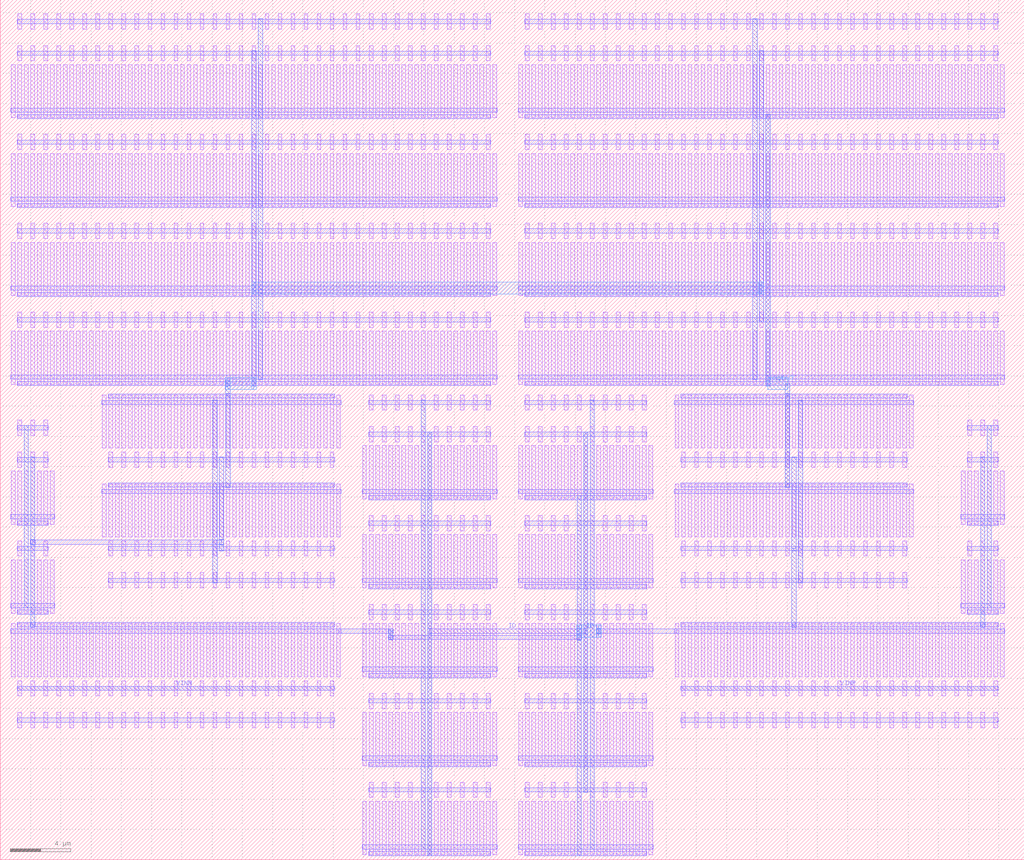
<source format=lef>
MACRO CURRENT_MIRROR_OTA
  ORIGIN 0 0 ;
  FOREIGN CURRENT_MIRROR_OTA 0 0 ;
  SIZE 67.67 BY 56.87 ;
  PIN ID
    DIRECTION INOUT ;
    USE SIGNAL ;
    PORT 
      LAYER M3 ;
        RECT 28.24 0.26 28.52 28.3 ;
      LAYER M3 ;
        RECT 38.56 4.46 38.84 28.3 ;
      LAYER M3 ;
        RECT 28.24 14.935 28.52 15.305 ;
      LAYER M2 ;
        RECT 28.38 14.98 38.7 15.26 ;
      LAYER M3 ;
        RECT 38.56 14.935 38.84 15.305 ;
    END
  END ID
  PIN VOUT
    DIRECTION INOUT ;
    USE SIGNAL ;
    PORT 
      LAYER M3 ;
        RECT 51.89 24.62 52.17 30.82 ;
      LAYER M3 ;
        RECT 50.6 31.34 50.88 49.3 ;
      LAYER M3 ;
        RECT 51.89 30.66 52.17 31.5 ;
      LAYER M4 ;
        RECT 50.74 31.1 52.03 31.9 ;
      LAYER M3 ;
        RECT 50.6 31.315 50.88 31.685 ;
    END
  END VOUT
  PIN VINN
    DIRECTION INOUT ;
    USE SIGNAL ;
    PORT 
      LAYER M2 ;
        RECT 1.12 11.2 22.1 11.48 ;
    END
  END VINN
  PIN VINP
    DIRECTION INOUT ;
    USE SIGNAL ;
    PORT 
      LAYER M2 ;
        RECT 44.98 11.2 65.96 11.48 ;
    END
  END VINP
  OBS 
  LAYER M3 ;
        RECT 14.91 24.62 15.19 30.82 ;
  LAYER M3 ;
        RECT 16.63 31.34 16.91 53.5 ;
  LAYER M3 ;
        RECT 50.17 35.54 50.45 53.5 ;
  LAYER M3 ;
        RECT 14.91 30.66 15.19 31.5 ;
  LAYER M4 ;
        RECT 15.05 31.1 16.77 31.9 ;
  LAYER M3 ;
        RECT 16.63 31.315 16.91 31.685 ;
  LAYER M3 ;
        RECT 16.63 37.615 16.91 37.985 ;
  LAYER M4 ;
        RECT 16.77 37.4 50.31 38.2 ;
  LAYER M3 ;
        RECT 50.17 37.615 50.45 37.985 ;
  LAYER M3 ;
        RECT 14.91 31.315 15.19 31.685 ;
  LAYER M4 ;
        RECT 14.885 31.1 15.215 31.9 ;
  LAYER M3 ;
        RECT 16.63 31.315 16.91 31.685 ;
  LAYER M4 ;
        RECT 16.605 31.1 16.935 31.9 ;
  LAYER M3 ;
        RECT 14.91 31.315 15.19 31.685 ;
  LAYER M4 ;
        RECT 14.885 31.1 15.215 31.9 ;
  LAYER M3 ;
        RECT 16.63 31.315 16.91 31.685 ;
  LAYER M4 ;
        RECT 16.605 31.1 16.935 31.9 ;
  LAYER M3 ;
        RECT 14.91 31.315 15.19 31.685 ;
  LAYER M4 ;
        RECT 14.885 31.1 15.215 31.9 ;
  LAYER M3 ;
        RECT 16.63 31.315 16.91 31.685 ;
  LAYER M4 ;
        RECT 16.605 31.1 16.935 31.9 ;
  LAYER M3 ;
        RECT 16.63 37.615 16.91 37.985 ;
  LAYER M4 ;
        RECT 16.605 37.4 16.935 38.2 ;
  LAYER M3 ;
        RECT 50.17 37.615 50.45 37.985 ;
  LAYER M4 ;
        RECT 50.145 37.4 50.475 38.2 ;
  LAYER M3 ;
        RECT 14.91 31.315 15.19 31.685 ;
  LAYER M4 ;
        RECT 14.885 31.1 15.215 31.9 ;
  LAYER M3 ;
        RECT 16.63 31.315 16.91 31.685 ;
  LAYER M4 ;
        RECT 16.605 31.1 16.935 31.9 ;
  LAYER M3 ;
        RECT 16.63 37.615 16.91 37.985 ;
  LAYER M4 ;
        RECT 16.605 37.4 16.935 38.2 ;
  LAYER M3 ;
        RECT 50.17 37.615 50.45 37.985 ;
  LAYER M4 ;
        RECT 50.145 37.4 50.475 38.2 ;
  LAYER M3 ;
        RECT 2.01 16.22 2.29 26.62 ;
  LAYER M3 ;
        RECT 14.48 20.42 14.76 26.62 ;
  LAYER M2 ;
        RECT 1.12 15.4 22.1 15.68 ;
  LAYER M3 ;
        RECT 2.01 20.815 2.29 21.185 ;
  LAYER M2 ;
        RECT 2.15 20.86 14.62 21.14 ;
  LAYER M3 ;
        RECT 14.48 20.815 14.76 21.185 ;
  LAYER M3 ;
        RECT 2.01 15.54 2.29 16.38 ;
  LAYER M2 ;
        RECT 1.99 15.4 2.31 15.68 ;
  LAYER M2 ;
        RECT 1.99 20.86 2.31 21.14 ;
  LAYER M3 ;
        RECT 2.01 20.84 2.29 21.16 ;
  LAYER M2 ;
        RECT 14.46 20.86 14.78 21.14 ;
  LAYER M3 ;
        RECT 14.48 20.84 14.76 21.16 ;
  LAYER M2 ;
        RECT 1.99 20.86 2.31 21.14 ;
  LAYER M3 ;
        RECT 2.01 20.84 2.29 21.16 ;
  LAYER M2 ;
        RECT 14.46 20.86 14.78 21.14 ;
  LAYER M3 ;
        RECT 14.48 20.84 14.76 21.16 ;
  LAYER M2 ;
        RECT 1.99 15.4 2.31 15.68 ;
  LAYER M3 ;
        RECT 2.01 15.38 2.29 15.7 ;
  LAYER M2 ;
        RECT 1.99 20.86 2.31 21.14 ;
  LAYER M3 ;
        RECT 2.01 20.84 2.29 21.16 ;
  LAYER M2 ;
        RECT 14.46 20.86 14.78 21.14 ;
  LAYER M3 ;
        RECT 14.48 20.84 14.76 21.16 ;
  LAYER M2 ;
        RECT 1.99 15.4 2.31 15.68 ;
  LAYER M3 ;
        RECT 2.01 15.38 2.29 15.7 ;
  LAYER M2 ;
        RECT 1.99 20.86 2.31 21.14 ;
  LAYER M3 ;
        RECT 2.01 20.84 2.29 21.16 ;
  LAYER M2 ;
        RECT 14.46 20.86 14.78 21.14 ;
  LAYER M3 ;
        RECT 14.48 20.84 14.76 21.16 ;
  LAYER M2 ;
        RECT 44.98 15.4 65.96 15.68 ;
  LAYER M3 ;
        RECT 52.32 20.42 52.6 26.62 ;
  LAYER M3 ;
        RECT 64.79 16.22 65.07 26.62 ;
  LAYER M2 ;
        RECT 52.3 15.4 52.62 15.68 ;
  LAYER M3 ;
        RECT 52.32 15.54 52.6 20.58 ;
  LAYER M2 ;
        RECT 64.77 15.4 65.09 15.68 ;
  LAYER M3 ;
        RECT 64.79 15.54 65.07 16.38 ;
  LAYER M2 ;
        RECT 52.3 15.4 52.62 15.68 ;
  LAYER M3 ;
        RECT 52.32 15.38 52.6 15.7 ;
  LAYER M2 ;
        RECT 52.3 15.4 52.62 15.68 ;
  LAYER M3 ;
        RECT 52.32 15.38 52.6 15.7 ;
  LAYER M2 ;
        RECT 52.3 15.4 52.62 15.68 ;
  LAYER M3 ;
        RECT 52.32 15.38 52.6 15.7 ;
  LAYER M2 ;
        RECT 64.77 15.4 65.09 15.68 ;
  LAYER M3 ;
        RECT 64.79 15.38 65.07 15.7 ;
  LAYER M2 ;
        RECT 52.3 15.4 52.62 15.68 ;
  LAYER M3 ;
        RECT 52.32 15.38 52.6 15.7 ;
  LAYER M2 ;
        RECT 64.77 15.4 65.09 15.68 ;
  LAYER M3 ;
        RECT 64.79 15.38 65.07 15.7 ;
  LAYER M2 ;
        RECT 0.69 14.98 22.53 15.26 ;
  LAYER M3 ;
        RECT 38.13 0.26 38.41 24.1 ;
  LAYER M2 ;
        RECT 44.55 14.98 66.39 15.26 ;
  LAYER M2 ;
        RECT 22.36 14.98 25.8 15.26 ;
  LAYER M3 ;
        RECT 25.66 14.7 25.94 15.12 ;
  LAYER M2 ;
        RECT 25.8 14.56 38.27 14.84 ;
  LAYER M3 ;
        RECT 38.13 14.515 38.41 14.885 ;
  LAYER M3 ;
        RECT 38.13 14.935 38.41 15.305 ;
  LAYER M4 ;
        RECT 38.27 14.72 39.56 15.52 ;
  LAYER M3 ;
        RECT 39.42 14.999 39.7 15.241 ;
  LAYER M2 ;
        RECT 39.56 14.98 44.72 15.26 ;
  LAYER M2 ;
        RECT 25.64 14.56 25.96 14.84 ;
  LAYER M3 ;
        RECT 25.66 14.54 25.94 14.86 ;
  LAYER M2 ;
        RECT 25.64 14.98 25.96 15.26 ;
  LAYER M3 ;
        RECT 25.66 14.96 25.94 15.28 ;
  LAYER M2 ;
        RECT 38.11 14.56 38.43 14.84 ;
  LAYER M3 ;
        RECT 38.13 14.54 38.41 14.86 ;
  LAYER M2 ;
        RECT 25.64 14.56 25.96 14.84 ;
  LAYER M3 ;
        RECT 25.66 14.54 25.94 14.86 ;
  LAYER M2 ;
        RECT 25.64 14.98 25.96 15.26 ;
  LAYER M3 ;
        RECT 25.66 14.96 25.94 15.28 ;
  LAYER M2 ;
        RECT 38.11 14.56 38.43 14.84 ;
  LAYER M3 ;
        RECT 38.13 14.54 38.41 14.86 ;
  LAYER M2 ;
        RECT 25.64 14.56 25.96 14.84 ;
  LAYER M3 ;
        RECT 25.66 14.54 25.94 14.86 ;
  LAYER M2 ;
        RECT 25.64 14.98 25.96 15.26 ;
  LAYER M3 ;
        RECT 25.66 14.96 25.94 15.28 ;
  LAYER M2 ;
        RECT 38.11 14.56 38.43 14.84 ;
  LAYER M3 ;
        RECT 38.13 14.54 38.41 14.86 ;
  LAYER M2 ;
        RECT 39.4 14.98 39.72 15.26 ;
  LAYER M3 ;
        RECT 39.42 14.96 39.7 15.28 ;
  LAYER M3 ;
        RECT 38.13 14.935 38.41 15.305 ;
  LAYER M4 ;
        RECT 38.105 14.72 38.435 15.52 ;
  LAYER M3 ;
        RECT 39.42 14.935 39.7 15.305 ;
  LAYER M4 ;
        RECT 39.395 14.72 39.725 15.52 ;
  LAYER M2 ;
        RECT 25.64 14.56 25.96 14.84 ;
  LAYER M3 ;
        RECT 25.66 14.54 25.94 14.86 ;
  LAYER M2 ;
        RECT 25.64 14.98 25.96 15.26 ;
  LAYER M3 ;
        RECT 25.66 14.96 25.94 15.28 ;
  LAYER M2 ;
        RECT 38.11 14.56 38.43 14.84 ;
  LAYER M3 ;
        RECT 38.13 14.54 38.41 14.86 ;
  LAYER M3 ;
        RECT 38.13 14.935 38.41 15.305 ;
  LAYER M4 ;
        RECT 38.105 14.72 38.435 15.52 ;
  LAYER M1 ;
        RECT 32.125 0.335 32.375 3.865 ;
  LAYER M1 ;
        RECT 32.125 4.115 32.375 5.125 ;
  LAYER M1 ;
        RECT 32.125 6.215 32.375 9.745 ;
  LAYER M1 ;
        RECT 32.125 9.995 32.375 11.005 ;
  LAYER M1 ;
        RECT 32.125 12.095 32.375 15.625 ;
  LAYER M1 ;
        RECT 32.125 15.875 32.375 16.885 ;
  LAYER M1 ;
        RECT 32.125 17.975 32.375 21.505 ;
  LAYER M1 ;
        RECT 32.125 21.755 32.375 22.765 ;
  LAYER M1 ;
        RECT 32.125 23.855 32.375 27.385 ;
  LAYER M1 ;
        RECT 32.125 27.635 32.375 28.645 ;
  LAYER M1 ;
        RECT 32.125 29.735 32.375 30.745 ;
  LAYER M1 ;
        RECT 32.555 0.335 32.805 3.865 ;
  LAYER M1 ;
        RECT 32.555 6.215 32.805 9.745 ;
  LAYER M1 ;
        RECT 32.555 12.095 32.805 15.625 ;
  LAYER M1 ;
        RECT 32.555 17.975 32.805 21.505 ;
  LAYER M1 ;
        RECT 32.555 23.855 32.805 27.385 ;
  LAYER M1 ;
        RECT 31.695 0.335 31.945 3.865 ;
  LAYER M1 ;
        RECT 31.695 6.215 31.945 9.745 ;
  LAYER M1 ;
        RECT 31.695 12.095 31.945 15.625 ;
  LAYER M1 ;
        RECT 31.695 17.975 31.945 21.505 ;
  LAYER M1 ;
        RECT 31.695 23.855 31.945 27.385 ;
  LAYER M1 ;
        RECT 31.265 0.335 31.515 3.865 ;
  LAYER M1 ;
        RECT 31.265 4.115 31.515 5.125 ;
  LAYER M1 ;
        RECT 31.265 6.215 31.515 9.745 ;
  LAYER M1 ;
        RECT 31.265 9.995 31.515 11.005 ;
  LAYER M1 ;
        RECT 31.265 12.095 31.515 15.625 ;
  LAYER M1 ;
        RECT 31.265 15.875 31.515 16.885 ;
  LAYER M1 ;
        RECT 31.265 17.975 31.515 21.505 ;
  LAYER M1 ;
        RECT 31.265 21.755 31.515 22.765 ;
  LAYER M1 ;
        RECT 31.265 23.855 31.515 27.385 ;
  LAYER M1 ;
        RECT 31.265 27.635 31.515 28.645 ;
  LAYER M1 ;
        RECT 31.265 29.735 31.515 30.745 ;
  LAYER M1 ;
        RECT 30.835 0.335 31.085 3.865 ;
  LAYER M1 ;
        RECT 30.835 6.215 31.085 9.745 ;
  LAYER M1 ;
        RECT 30.835 12.095 31.085 15.625 ;
  LAYER M1 ;
        RECT 30.835 17.975 31.085 21.505 ;
  LAYER M1 ;
        RECT 30.835 23.855 31.085 27.385 ;
  LAYER M1 ;
        RECT 30.405 0.335 30.655 3.865 ;
  LAYER M1 ;
        RECT 30.405 4.115 30.655 5.125 ;
  LAYER M1 ;
        RECT 30.405 6.215 30.655 9.745 ;
  LAYER M1 ;
        RECT 30.405 9.995 30.655 11.005 ;
  LAYER M1 ;
        RECT 30.405 12.095 30.655 15.625 ;
  LAYER M1 ;
        RECT 30.405 15.875 30.655 16.885 ;
  LAYER M1 ;
        RECT 30.405 17.975 30.655 21.505 ;
  LAYER M1 ;
        RECT 30.405 21.755 30.655 22.765 ;
  LAYER M1 ;
        RECT 30.405 23.855 30.655 27.385 ;
  LAYER M1 ;
        RECT 30.405 27.635 30.655 28.645 ;
  LAYER M1 ;
        RECT 30.405 29.735 30.655 30.745 ;
  LAYER M1 ;
        RECT 29.975 0.335 30.225 3.865 ;
  LAYER M1 ;
        RECT 29.975 6.215 30.225 9.745 ;
  LAYER M1 ;
        RECT 29.975 12.095 30.225 15.625 ;
  LAYER M1 ;
        RECT 29.975 17.975 30.225 21.505 ;
  LAYER M1 ;
        RECT 29.975 23.855 30.225 27.385 ;
  LAYER M1 ;
        RECT 29.545 0.335 29.795 3.865 ;
  LAYER M1 ;
        RECT 29.545 4.115 29.795 5.125 ;
  LAYER M1 ;
        RECT 29.545 6.215 29.795 9.745 ;
  LAYER M1 ;
        RECT 29.545 9.995 29.795 11.005 ;
  LAYER M1 ;
        RECT 29.545 12.095 29.795 15.625 ;
  LAYER M1 ;
        RECT 29.545 15.875 29.795 16.885 ;
  LAYER M1 ;
        RECT 29.545 17.975 29.795 21.505 ;
  LAYER M1 ;
        RECT 29.545 21.755 29.795 22.765 ;
  LAYER M1 ;
        RECT 29.545 23.855 29.795 27.385 ;
  LAYER M1 ;
        RECT 29.545 27.635 29.795 28.645 ;
  LAYER M1 ;
        RECT 29.545 29.735 29.795 30.745 ;
  LAYER M1 ;
        RECT 29.115 0.335 29.365 3.865 ;
  LAYER M1 ;
        RECT 29.115 6.215 29.365 9.745 ;
  LAYER M1 ;
        RECT 29.115 12.095 29.365 15.625 ;
  LAYER M1 ;
        RECT 29.115 17.975 29.365 21.505 ;
  LAYER M1 ;
        RECT 29.115 23.855 29.365 27.385 ;
  LAYER M1 ;
        RECT 28.685 0.335 28.935 3.865 ;
  LAYER M1 ;
        RECT 28.685 4.115 28.935 5.125 ;
  LAYER M1 ;
        RECT 28.685 6.215 28.935 9.745 ;
  LAYER M1 ;
        RECT 28.685 9.995 28.935 11.005 ;
  LAYER M1 ;
        RECT 28.685 12.095 28.935 15.625 ;
  LAYER M1 ;
        RECT 28.685 15.875 28.935 16.885 ;
  LAYER M1 ;
        RECT 28.685 17.975 28.935 21.505 ;
  LAYER M1 ;
        RECT 28.685 21.755 28.935 22.765 ;
  LAYER M1 ;
        RECT 28.685 23.855 28.935 27.385 ;
  LAYER M1 ;
        RECT 28.685 27.635 28.935 28.645 ;
  LAYER M1 ;
        RECT 28.685 29.735 28.935 30.745 ;
  LAYER M1 ;
        RECT 28.255 0.335 28.505 3.865 ;
  LAYER M1 ;
        RECT 28.255 6.215 28.505 9.745 ;
  LAYER M1 ;
        RECT 28.255 12.095 28.505 15.625 ;
  LAYER M1 ;
        RECT 28.255 17.975 28.505 21.505 ;
  LAYER M1 ;
        RECT 28.255 23.855 28.505 27.385 ;
  LAYER M1 ;
        RECT 27.825 0.335 28.075 3.865 ;
  LAYER M1 ;
        RECT 27.825 4.115 28.075 5.125 ;
  LAYER M1 ;
        RECT 27.825 6.215 28.075 9.745 ;
  LAYER M1 ;
        RECT 27.825 9.995 28.075 11.005 ;
  LAYER M1 ;
        RECT 27.825 12.095 28.075 15.625 ;
  LAYER M1 ;
        RECT 27.825 15.875 28.075 16.885 ;
  LAYER M1 ;
        RECT 27.825 17.975 28.075 21.505 ;
  LAYER M1 ;
        RECT 27.825 21.755 28.075 22.765 ;
  LAYER M1 ;
        RECT 27.825 23.855 28.075 27.385 ;
  LAYER M1 ;
        RECT 27.825 27.635 28.075 28.645 ;
  LAYER M1 ;
        RECT 27.825 29.735 28.075 30.745 ;
  LAYER M1 ;
        RECT 27.395 0.335 27.645 3.865 ;
  LAYER M1 ;
        RECT 27.395 6.215 27.645 9.745 ;
  LAYER M1 ;
        RECT 27.395 12.095 27.645 15.625 ;
  LAYER M1 ;
        RECT 27.395 17.975 27.645 21.505 ;
  LAYER M1 ;
        RECT 27.395 23.855 27.645 27.385 ;
  LAYER M1 ;
        RECT 26.965 0.335 27.215 3.865 ;
  LAYER M1 ;
        RECT 26.965 4.115 27.215 5.125 ;
  LAYER M1 ;
        RECT 26.965 6.215 27.215 9.745 ;
  LAYER M1 ;
        RECT 26.965 9.995 27.215 11.005 ;
  LAYER M1 ;
        RECT 26.965 12.095 27.215 15.625 ;
  LAYER M1 ;
        RECT 26.965 15.875 27.215 16.885 ;
  LAYER M1 ;
        RECT 26.965 17.975 27.215 21.505 ;
  LAYER M1 ;
        RECT 26.965 21.755 27.215 22.765 ;
  LAYER M1 ;
        RECT 26.965 23.855 27.215 27.385 ;
  LAYER M1 ;
        RECT 26.965 27.635 27.215 28.645 ;
  LAYER M1 ;
        RECT 26.965 29.735 27.215 30.745 ;
  LAYER M1 ;
        RECT 26.535 0.335 26.785 3.865 ;
  LAYER M1 ;
        RECT 26.535 6.215 26.785 9.745 ;
  LAYER M1 ;
        RECT 26.535 12.095 26.785 15.625 ;
  LAYER M1 ;
        RECT 26.535 17.975 26.785 21.505 ;
  LAYER M1 ;
        RECT 26.535 23.855 26.785 27.385 ;
  LAYER M1 ;
        RECT 26.105 0.335 26.355 3.865 ;
  LAYER M1 ;
        RECT 26.105 4.115 26.355 5.125 ;
  LAYER M1 ;
        RECT 26.105 6.215 26.355 9.745 ;
  LAYER M1 ;
        RECT 26.105 9.995 26.355 11.005 ;
  LAYER M1 ;
        RECT 26.105 12.095 26.355 15.625 ;
  LAYER M1 ;
        RECT 26.105 15.875 26.355 16.885 ;
  LAYER M1 ;
        RECT 26.105 17.975 26.355 21.505 ;
  LAYER M1 ;
        RECT 26.105 21.755 26.355 22.765 ;
  LAYER M1 ;
        RECT 26.105 23.855 26.355 27.385 ;
  LAYER M1 ;
        RECT 26.105 27.635 26.355 28.645 ;
  LAYER M1 ;
        RECT 26.105 29.735 26.355 30.745 ;
  LAYER M1 ;
        RECT 25.675 0.335 25.925 3.865 ;
  LAYER M1 ;
        RECT 25.675 6.215 25.925 9.745 ;
  LAYER M1 ;
        RECT 25.675 12.095 25.925 15.625 ;
  LAYER M1 ;
        RECT 25.675 17.975 25.925 21.505 ;
  LAYER M1 ;
        RECT 25.675 23.855 25.925 27.385 ;
  LAYER M1 ;
        RECT 25.245 0.335 25.495 3.865 ;
  LAYER M1 ;
        RECT 25.245 4.115 25.495 5.125 ;
  LAYER M1 ;
        RECT 25.245 6.215 25.495 9.745 ;
  LAYER M1 ;
        RECT 25.245 9.995 25.495 11.005 ;
  LAYER M1 ;
        RECT 25.245 12.095 25.495 15.625 ;
  LAYER M1 ;
        RECT 25.245 15.875 25.495 16.885 ;
  LAYER M1 ;
        RECT 25.245 17.975 25.495 21.505 ;
  LAYER M1 ;
        RECT 25.245 21.755 25.495 22.765 ;
  LAYER M1 ;
        RECT 25.245 23.855 25.495 27.385 ;
  LAYER M1 ;
        RECT 25.245 27.635 25.495 28.645 ;
  LAYER M1 ;
        RECT 25.245 29.735 25.495 30.745 ;
  LAYER M1 ;
        RECT 24.815 0.335 25.065 3.865 ;
  LAYER M1 ;
        RECT 24.815 6.215 25.065 9.745 ;
  LAYER M1 ;
        RECT 24.815 12.095 25.065 15.625 ;
  LAYER M1 ;
        RECT 24.815 17.975 25.065 21.505 ;
  LAYER M1 ;
        RECT 24.815 23.855 25.065 27.385 ;
  LAYER M1 ;
        RECT 24.385 0.335 24.635 3.865 ;
  LAYER M1 ;
        RECT 24.385 4.115 24.635 5.125 ;
  LAYER M1 ;
        RECT 24.385 6.215 24.635 9.745 ;
  LAYER M1 ;
        RECT 24.385 9.995 24.635 11.005 ;
  LAYER M1 ;
        RECT 24.385 12.095 24.635 15.625 ;
  LAYER M1 ;
        RECT 24.385 15.875 24.635 16.885 ;
  LAYER M1 ;
        RECT 24.385 17.975 24.635 21.505 ;
  LAYER M1 ;
        RECT 24.385 21.755 24.635 22.765 ;
  LAYER M1 ;
        RECT 24.385 23.855 24.635 27.385 ;
  LAYER M1 ;
        RECT 24.385 27.635 24.635 28.645 ;
  LAYER M1 ;
        RECT 24.385 29.735 24.635 30.745 ;
  LAYER M1 ;
        RECT 23.955 0.335 24.205 3.865 ;
  LAYER M1 ;
        RECT 23.955 6.215 24.205 9.745 ;
  LAYER M1 ;
        RECT 23.955 12.095 24.205 15.625 ;
  LAYER M1 ;
        RECT 23.955 17.975 24.205 21.505 ;
  LAYER M1 ;
        RECT 23.955 23.855 24.205 27.385 ;
  LAYER M2 ;
        RECT 24.34 4.48 32.42 4.76 ;
  LAYER M2 ;
        RECT 24.34 0.28 32.42 0.56 ;
  LAYER M2 ;
        RECT 23.91 0.7 32.85 0.98 ;
  LAYER M2 ;
        RECT 24.34 10.36 32.42 10.64 ;
  LAYER M2 ;
        RECT 24.34 6.16 32.42 6.44 ;
  LAYER M2 ;
        RECT 23.91 6.58 32.85 6.86 ;
  LAYER M2 ;
        RECT 24.34 16.24 32.42 16.52 ;
  LAYER M2 ;
        RECT 24.34 12.04 32.42 12.32 ;
  LAYER M2 ;
        RECT 23.91 12.46 32.85 12.74 ;
  LAYER M2 ;
        RECT 24.34 22.12 32.42 22.4 ;
  LAYER M2 ;
        RECT 24.34 17.92 32.42 18.2 ;
  LAYER M2 ;
        RECT 23.91 18.34 32.85 18.62 ;
  LAYER M2 ;
        RECT 24.34 28 32.42 28.28 ;
  LAYER M2 ;
        RECT 24.34 23.8 32.42 24.08 ;
  LAYER M2 ;
        RECT 24.34 30.1 32.42 30.38 ;
  LAYER M2 ;
        RECT 23.91 24.22 32.85 24.5 ;
  LAYER M3 ;
        RECT 28.24 0.26 28.52 28.3 ;
  LAYER M3 ;
        RECT 27.81 0.68 28.09 30.4 ;
  LAYER M1 ;
        RECT 1.165 31.415 1.415 34.945 ;
  LAYER M1 ;
        RECT 1.165 35.195 1.415 36.205 ;
  LAYER M1 ;
        RECT 1.165 37.295 1.415 40.825 ;
  LAYER M1 ;
        RECT 1.165 41.075 1.415 42.085 ;
  LAYER M1 ;
        RECT 1.165 43.175 1.415 46.705 ;
  LAYER M1 ;
        RECT 1.165 46.955 1.415 47.965 ;
  LAYER M1 ;
        RECT 1.165 49.055 1.415 52.585 ;
  LAYER M1 ;
        RECT 1.165 52.835 1.415 53.845 ;
  LAYER M1 ;
        RECT 1.165 54.935 1.415 55.945 ;
  LAYER M1 ;
        RECT 0.735 31.415 0.985 34.945 ;
  LAYER M1 ;
        RECT 0.735 37.295 0.985 40.825 ;
  LAYER M1 ;
        RECT 0.735 43.175 0.985 46.705 ;
  LAYER M1 ;
        RECT 0.735 49.055 0.985 52.585 ;
  LAYER M1 ;
        RECT 1.595 31.415 1.845 34.945 ;
  LAYER M1 ;
        RECT 1.595 37.295 1.845 40.825 ;
  LAYER M1 ;
        RECT 1.595 43.175 1.845 46.705 ;
  LAYER M1 ;
        RECT 1.595 49.055 1.845 52.585 ;
  LAYER M1 ;
        RECT 2.025 31.415 2.275 34.945 ;
  LAYER M1 ;
        RECT 2.025 35.195 2.275 36.205 ;
  LAYER M1 ;
        RECT 2.025 37.295 2.275 40.825 ;
  LAYER M1 ;
        RECT 2.025 41.075 2.275 42.085 ;
  LAYER M1 ;
        RECT 2.025 43.175 2.275 46.705 ;
  LAYER M1 ;
        RECT 2.025 46.955 2.275 47.965 ;
  LAYER M1 ;
        RECT 2.025 49.055 2.275 52.585 ;
  LAYER M1 ;
        RECT 2.025 52.835 2.275 53.845 ;
  LAYER M1 ;
        RECT 2.025 54.935 2.275 55.945 ;
  LAYER M1 ;
        RECT 2.455 31.415 2.705 34.945 ;
  LAYER M1 ;
        RECT 2.455 37.295 2.705 40.825 ;
  LAYER M1 ;
        RECT 2.455 43.175 2.705 46.705 ;
  LAYER M1 ;
        RECT 2.455 49.055 2.705 52.585 ;
  LAYER M1 ;
        RECT 2.885 31.415 3.135 34.945 ;
  LAYER M1 ;
        RECT 2.885 35.195 3.135 36.205 ;
  LAYER M1 ;
        RECT 2.885 37.295 3.135 40.825 ;
  LAYER M1 ;
        RECT 2.885 41.075 3.135 42.085 ;
  LAYER M1 ;
        RECT 2.885 43.175 3.135 46.705 ;
  LAYER M1 ;
        RECT 2.885 46.955 3.135 47.965 ;
  LAYER M1 ;
        RECT 2.885 49.055 3.135 52.585 ;
  LAYER M1 ;
        RECT 2.885 52.835 3.135 53.845 ;
  LAYER M1 ;
        RECT 2.885 54.935 3.135 55.945 ;
  LAYER M1 ;
        RECT 3.315 31.415 3.565 34.945 ;
  LAYER M1 ;
        RECT 3.315 37.295 3.565 40.825 ;
  LAYER M1 ;
        RECT 3.315 43.175 3.565 46.705 ;
  LAYER M1 ;
        RECT 3.315 49.055 3.565 52.585 ;
  LAYER M1 ;
        RECT 3.745 31.415 3.995 34.945 ;
  LAYER M1 ;
        RECT 3.745 35.195 3.995 36.205 ;
  LAYER M1 ;
        RECT 3.745 37.295 3.995 40.825 ;
  LAYER M1 ;
        RECT 3.745 41.075 3.995 42.085 ;
  LAYER M1 ;
        RECT 3.745 43.175 3.995 46.705 ;
  LAYER M1 ;
        RECT 3.745 46.955 3.995 47.965 ;
  LAYER M1 ;
        RECT 3.745 49.055 3.995 52.585 ;
  LAYER M1 ;
        RECT 3.745 52.835 3.995 53.845 ;
  LAYER M1 ;
        RECT 3.745 54.935 3.995 55.945 ;
  LAYER M1 ;
        RECT 4.175 31.415 4.425 34.945 ;
  LAYER M1 ;
        RECT 4.175 37.295 4.425 40.825 ;
  LAYER M1 ;
        RECT 4.175 43.175 4.425 46.705 ;
  LAYER M1 ;
        RECT 4.175 49.055 4.425 52.585 ;
  LAYER M1 ;
        RECT 4.605 31.415 4.855 34.945 ;
  LAYER M1 ;
        RECT 4.605 35.195 4.855 36.205 ;
  LAYER M1 ;
        RECT 4.605 37.295 4.855 40.825 ;
  LAYER M1 ;
        RECT 4.605 41.075 4.855 42.085 ;
  LAYER M1 ;
        RECT 4.605 43.175 4.855 46.705 ;
  LAYER M1 ;
        RECT 4.605 46.955 4.855 47.965 ;
  LAYER M1 ;
        RECT 4.605 49.055 4.855 52.585 ;
  LAYER M1 ;
        RECT 4.605 52.835 4.855 53.845 ;
  LAYER M1 ;
        RECT 4.605 54.935 4.855 55.945 ;
  LAYER M1 ;
        RECT 5.035 31.415 5.285 34.945 ;
  LAYER M1 ;
        RECT 5.035 37.295 5.285 40.825 ;
  LAYER M1 ;
        RECT 5.035 43.175 5.285 46.705 ;
  LAYER M1 ;
        RECT 5.035 49.055 5.285 52.585 ;
  LAYER M1 ;
        RECT 5.465 31.415 5.715 34.945 ;
  LAYER M1 ;
        RECT 5.465 35.195 5.715 36.205 ;
  LAYER M1 ;
        RECT 5.465 37.295 5.715 40.825 ;
  LAYER M1 ;
        RECT 5.465 41.075 5.715 42.085 ;
  LAYER M1 ;
        RECT 5.465 43.175 5.715 46.705 ;
  LAYER M1 ;
        RECT 5.465 46.955 5.715 47.965 ;
  LAYER M1 ;
        RECT 5.465 49.055 5.715 52.585 ;
  LAYER M1 ;
        RECT 5.465 52.835 5.715 53.845 ;
  LAYER M1 ;
        RECT 5.465 54.935 5.715 55.945 ;
  LAYER M1 ;
        RECT 5.895 31.415 6.145 34.945 ;
  LAYER M1 ;
        RECT 5.895 37.295 6.145 40.825 ;
  LAYER M1 ;
        RECT 5.895 43.175 6.145 46.705 ;
  LAYER M1 ;
        RECT 5.895 49.055 6.145 52.585 ;
  LAYER M1 ;
        RECT 6.325 31.415 6.575 34.945 ;
  LAYER M1 ;
        RECT 6.325 35.195 6.575 36.205 ;
  LAYER M1 ;
        RECT 6.325 37.295 6.575 40.825 ;
  LAYER M1 ;
        RECT 6.325 41.075 6.575 42.085 ;
  LAYER M1 ;
        RECT 6.325 43.175 6.575 46.705 ;
  LAYER M1 ;
        RECT 6.325 46.955 6.575 47.965 ;
  LAYER M1 ;
        RECT 6.325 49.055 6.575 52.585 ;
  LAYER M1 ;
        RECT 6.325 52.835 6.575 53.845 ;
  LAYER M1 ;
        RECT 6.325 54.935 6.575 55.945 ;
  LAYER M1 ;
        RECT 6.755 31.415 7.005 34.945 ;
  LAYER M1 ;
        RECT 6.755 37.295 7.005 40.825 ;
  LAYER M1 ;
        RECT 6.755 43.175 7.005 46.705 ;
  LAYER M1 ;
        RECT 6.755 49.055 7.005 52.585 ;
  LAYER M1 ;
        RECT 7.185 31.415 7.435 34.945 ;
  LAYER M1 ;
        RECT 7.185 35.195 7.435 36.205 ;
  LAYER M1 ;
        RECT 7.185 37.295 7.435 40.825 ;
  LAYER M1 ;
        RECT 7.185 41.075 7.435 42.085 ;
  LAYER M1 ;
        RECT 7.185 43.175 7.435 46.705 ;
  LAYER M1 ;
        RECT 7.185 46.955 7.435 47.965 ;
  LAYER M1 ;
        RECT 7.185 49.055 7.435 52.585 ;
  LAYER M1 ;
        RECT 7.185 52.835 7.435 53.845 ;
  LAYER M1 ;
        RECT 7.185 54.935 7.435 55.945 ;
  LAYER M1 ;
        RECT 7.615 31.415 7.865 34.945 ;
  LAYER M1 ;
        RECT 7.615 37.295 7.865 40.825 ;
  LAYER M1 ;
        RECT 7.615 43.175 7.865 46.705 ;
  LAYER M1 ;
        RECT 7.615 49.055 7.865 52.585 ;
  LAYER M1 ;
        RECT 8.045 31.415 8.295 34.945 ;
  LAYER M1 ;
        RECT 8.045 35.195 8.295 36.205 ;
  LAYER M1 ;
        RECT 8.045 37.295 8.295 40.825 ;
  LAYER M1 ;
        RECT 8.045 41.075 8.295 42.085 ;
  LAYER M1 ;
        RECT 8.045 43.175 8.295 46.705 ;
  LAYER M1 ;
        RECT 8.045 46.955 8.295 47.965 ;
  LAYER M1 ;
        RECT 8.045 49.055 8.295 52.585 ;
  LAYER M1 ;
        RECT 8.045 52.835 8.295 53.845 ;
  LAYER M1 ;
        RECT 8.045 54.935 8.295 55.945 ;
  LAYER M1 ;
        RECT 8.475 31.415 8.725 34.945 ;
  LAYER M1 ;
        RECT 8.475 37.295 8.725 40.825 ;
  LAYER M1 ;
        RECT 8.475 43.175 8.725 46.705 ;
  LAYER M1 ;
        RECT 8.475 49.055 8.725 52.585 ;
  LAYER M1 ;
        RECT 8.905 31.415 9.155 34.945 ;
  LAYER M1 ;
        RECT 8.905 35.195 9.155 36.205 ;
  LAYER M1 ;
        RECT 8.905 37.295 9.155 40.825 ;
  LAYER M1 ;
        RECT 8.905 41.075 9.155 42.085 ;
  LAYER M1 ;
        RECT 8.905 43.175 9.155 46.705 ;
  LAYER M1 ;
        RECT 8.905 46.955 9.155 47.965 ;
  LAYER M1 ;
        RECT 8.905 49.055 9.155 52.585 ;
  LAYER M1 ;
        RECT 8.905 52.835 9.155 53.845 ;
  LAYER M1 ;
        RECT 8.905 54.935 9.155 55.945 ;
  LAYER M1 ;
        RECT 9.335 31.415 9.585 34.945 ;
  LAYER M1 ;
        RECT 9.335 37.295 9.585 40.825 ;
  LAYER M1 ;
        RECT 9.335 43.175 9.585 46.705 ;
  LAYER M1 ;
        RECT 9.335 49.055 9.585 52.585 ;
  LAYER M1 ;
        RECT 9.765 31.415 10.015 34.945 ;
  LAYER M1 ;
        RECT 9.765 35.195 10.015 36.205 ;
  LAYER M1 ;
        RECT 9.765 37.295 10.015 40.825 ;
  LAYER M1 ;
        RECT 9.765 41.075 10.015 42.085 ;
  LAYER M1 ;
        RECT 9.765 43.175 10.015 46.705 ;
  LAYER M1 ;
        RECT 9.765 46.955 10.015 47.965 ;
  LAYER M1 ;
        RECT 9.765 49.055 10.015 52.585 ;
  LAYER M1 ;
        RECT 9.765 52.835 10.015 53.845 ;
  LAYER M1 ;
        RECT 9.765 54.935 10.015 55.945 ;
  LAYER M1 ;
        RECT 10.195 31.415 10.445 34.945 ;
  LAYER M1 ;
        RECT 10.195 37.295 10.445 40.825 ;
  LAYER M1 ;
        RECT 10.195 43.175 10.445 46.705 ;
  LAYER M1 ;
        RECT 10.195 49.055 10.445 52.585 ;
  LAYER M1 ;
        RECT 10.625 31.415 10.875 34.945 ;
  LAYER M1 ;
        RECT 10.625 35.195 10.875 36.205 ;
  LAYER M1 ;
        RECT 10.625 37.295 10.875 40.825 ;
  LAYER M1 ;
        RECT 10.625 41.075 10.875 42.085 ;
  LAYER M1 ;
        RECT 10.625 43.175 10.875 46.705 ;
  LAYER M1 ;
        RECT 10.625 46.955 10.875 47.965 ;
  LAYER M1 ;
        RECT 10.625 49.055 10.875 52.585 ;
  LAYER M1 ;
        RECT 10.625 52.835 10.875 53.845 ;
  LAYER M1 ;
        RECT 10.625 54.935 10.875 55.945 ;
  LAYER M1 ;
        RECT 11.055 31.415 11.305 34.945 ;
  LAYER M1 ;
        RECT 11.055 37.295 11.305 40.825 ;
  LAYER M1 ;
        RECT 11.055 43.175 11.305 46.705 ;
  LAYER M1 ;
        RECT 11.055 49.055 11.305 52.585 ;
  LAYER M1 ;
        RECT 11.485 31.415 11.735 34.945 ;
  LAYER M1 ;
        RECT 11.485 35.195 11.735 36.205 ;
  LAYER M1 ;
        RECT 11.485 37.295 11.735 40.825 ;
  LAYER M1 ;
        RECT 11.485 41.075 11.735 42.085 ;
  LAYER M1 ;
        RECT 11.485 43.175 11.735 46.705 ;
  LAYER M1 ;
        RECT 11.485 46.955 11.735 47.965 ;
  LAYER M1 ;
        RECT 11.485 49.055 11.735 52.585 ;
  LAYER M1 ;
        RECT 11.485 52.835 11.735 53.845 ;
  LAYER M1 ;
        RECT 11.485 54.935 11.735 55.945 ;
  LAYER M1 ;
        RECT 11.915 31.415 12.165 34.945 ;
  LAYER M1 ;
        RECT 11.915 37.295 12.165 40.825 ;
  LAYER M1 ;
        RECT 11.915 43.175 12.165 46.705 ;
  LAYER M1 ;
        RECT 11.915 49.055 12.165 52.585 ;
  LAYER M1 ;
        RECT 12.345 31.415 12.595 34.945 ;
  LAYER M1 ;
        RECT 12.345 35.195 12.595 36.205 ;
  LAYER M1 ;
        RECT 12.345 37.295 12.595 40.825 ;
  LAYER M1 ;
        RECT 12.345 41.075 12.595 42.085 ;
  LAYER M1 ;
        RECT 12.345 43.175 12.595 46.705 ;
  LAYER M1 ;
        RECT 12.345 46.955 12.595 47.965 ;
  LAYER M1 ;
        RECT 12.345 49.055 12.595 52.585 ;
  LAYER M1 ;
        RECT 12.345 52.835 12.595 53.845 ;
  LAYER M1 ;
        RECT 12.345 54.935 12.595 55.945 ;
  LAYER M1 ;
        RECT 12.775 31.415 13.025 34.945 ;
  LAYER M1 ;
        RECT 12.775 37.295 13.025 40.825 ;
  LAYER M1 ;
        RECT 12.775 43.175 13.025 46.705 ;
  LAYER M1 ;
        RECT 12.775 49.055 13.025 52.585 ;
  LAYER M1 ;
        RECT 13.205 31.415 13.455 34.945 ;
  LAYER M1 ;
        RECT 13.205 35.195 13.455 36.205 ;
  LAYER M1 ;
        RECT 13.205 37.295 13.455 40.825 ;
  LAYER M1 ;
        RECT 13.205 41.075 13.455 42.085 ;
  LAYER M1 ;
        RECT 13.205 43.175 13.455 46.705 ;
  LAYER M1 ;
        RECT 13.205 46.955 13.455 47.965 ;
  LAYER M1 ;
        RECT 13.205 49.055 13.455 52.585 ;
  LAYER M1 ;
        RECT 13.205 52.835 13.455 53.845 ;
  LAYER M1 ;
        RECT 13.205 54.935 13.455 55.945 ;
  LAYER M1 ;
        RECT 13.635 31.415 13.885 34.945 ;
  LAYER M1 ;
        RECT 13.635 37.295 13.885 40.825 ;
  LAYER M1 ;
        RECT 13.635 43.175 13.885 46.705 ;
  LAYER M1 ;
        RECT 13.635 49.055 13.885 52.585 ;
  LAYER M1 ;
        RECT 14.065 31.415 14.315 34.945 ;
  LAYER M1 ;
        RECT 14.065 35.195 14.315 36.205 ;
  LAYER M1 ;
        RECT 14.065 37.295 14.315 40.825 ;
  LAYER M1 ;
        RECT 14.065 41.075 14.315 42.085 ;
  LAYER M1 ;
        RECT 14.065 43.175 14.315 46.705 ;
  LAYER M1 ;
        RECT 14.065 46.955 14.315 47.965 ;
  LAYER M1 ;
        RECT 14.065 49.055 14.315 52.585 ;
  LAYER M1 ;
        RECT 14.065 52.835 14.315 53.845 ;
  LAYER M1 ;
        RECT 14.065 54.935 14.315 55.945 ;
  LAYER M1 ;
        RECT 14.495 31.415 14.745 34.945 ;
  LAYER M1 ;
        RECT 14.495 37.295 14.745 40.825 ;
  LAYER M1 ;
        RECT 14.495 43.175 14.745 46.705 ;
  LAYER M1 ;
        RECT 14.495 49.055 14.745 52.585 ;
  LAYER M1 ;
        RECT 14.925 31.415 15.175 34.945 ;
  LAYER M1 ;
        RECT 14.925 35.195 15.175 36.205 ;
  LAYER M1 ;
        RECT 14.925 37.295 15.175 40.825 ;
  LAYER M1 ;
        RECT 14.925 41.075 15.175 42.085 ;
  LAYER M1 ;
        RECT 14.925 43.175 15.175 46.705 ;
  LAYER M1 ;
        RECT 14.925 46.955 15.175 47.965 ;
  LAYER M1 ;
        RECT 14.925 49.055 15.175 52.585 ;
  LAYER M1 ;
        RECT 14.925 52.835 15.175 53.845 ;
  LAYER M1 ;
        RECT 14.925 54.935 15.175 55.945 ;
  LAYER M1 ;
        RECT 15.355 31.415 15.605 34.945 ;
  LAYER M1 ;
        RECT 15.355 37.295 15.605 40.825 ;
  LAYER M1 ;
        RECT 15.355 43.175 15.605 46.705 ;
  LAYER M1 ;
        RECT 15.355 49.055 15.605 52.585 ;
  LAYER M1 ;
        RECT 15.785 31.415 16.035 34.945 ;
  LAYER M1 ;
        RECT 15.785 35.195 16.035 36.205 ;
  LAYER M1 ;
        RECT 15.785 37.295 16.035 40.825 ;
  LAYER M1 ;
        RECT 15.785 41.075 16.035 42.085 ;
  LAYER M1 ;
        RECT 15.785 43.175 16.035 46.705 ;
  LAYER M1 ;
        RECT 15.785 46.955 16.035 47.965 ;
  LAYER M1 ;
        RECT 15.785 49.055 16.035 52.585 ;
  LAYER M1 ;
        RECT 15.785 52.835 16.035 53.845 ;
  LAYER M1 ;
        RECT 15.785 54.935 16.035 55.945 ;
  LAYER M1 ;
        RECT 16.215 31.415 16.465 34.945 ;
  LAYER M1 ;
        RECT 16.215 37.295 16.465 40.825 ;
  LAYER M1 ;
        RECT 16.215 43.175 16.465 46.705 ;
  LAYER M1 ;
        RECT 16.215 49.055 16.465 52.585 ;
  LAYER M1 ;
        RECT 16.645 31.415 16.895 34.945 ;
  LAYER M1 ;
        RECT 16.645 35.195 16.895 36.205 ;
  LAYER M1 ;
        RECT 16.645 37.295 16.895 40.825 ;
  LAYER M1 ;
        RECT 16.645 41.075 16.895 42.085 ;
  LAYER M1 ;
        RECT 16.645 43.175 16.895 46.705 ;
  LAYER M1 ;
        RECT 16.645 46.955 16.895 47.965 ;
  LAYER M1 ;
        RECT 16.645 49.055 16.895 52.585 ;
  LAYER M1 ;
        RECT 16.645 52.835 16.895 53.845 ;
  LAYER M1 ;
        RECT 16.645 54.935 16.895 55.945 ;
  LAYER M1 ;
        RECT 17.075 31.415 17.325 34.945 ;
  LAYER M1 ;
        RECT 17.075 37.295 17.325 40.825 ;
  LAYER M1 ;
        RECT 17.075 43.175 17.325 46.705 ;
  LAYER M1 ;
        RECT 17.075 49.055 17.325 52.585 ;
  LAYER M1 ;
        RECT 17.505 31.415 17.755 34.945 ;
  LAYER M1 ;
        RECT 17.505 35.195 17.755 36.205 ;
  LAYER M1 ;
        RECT 17.505 37.295 17.755 40.825 ;
  LAYER M1 ;
        RECT 17.505 41.075 17.755 42.085 ;
  LAYER M1 ;
        RECT 17.505 43.175 17.755 46.705 ;
  LAYER M1 ;
        RECT 17.505 46.955 17.755 47.965 ;
  LAYER M1 ;
        RECT 17.505 49.055 17.755 52.585 ;
  LAYER M1 ;
        RECT 17.505 52.835 17.755 53.845 ;
  LAYER M1 ;
        RECT 17.505 54.935 17.755 55.945 ;
  LAYER M1 ;
        RECT 17.935 31.415 18.185 34.945 ;
  LAYER M1 ;
        RECT 17.935 37.295 18.185 40.825 ;
  LAYER M1 ;
        RECT 17.935 43.175 18.185 46.705 ;
  LAYER M1 ;
        RECT 17.935 49.055 18.185 52.585 ;
  LAYER M1 ;
        RECT 18.365 31.415 18.615 34.945 ;
  LAYER M1 ;
        RECT 18.365 35.195 18.615 36.205 ;
  LAYER M1 ;
        RECT 18.365 37.295 18.615 40.825 ;
  LAYER M1 ;
        RECT 18.365 41.075 18.615 42.085 ;
  LAYER M1 ;
        RECT 18.365 43.175 18.615 46.705 ;
  LAYER M1 ;
        RECT 18.365 46.955 18.615 47.965 ;
  LAYER M1 ;
        RECT 18.365 49.055 18.615 52.585 ;
  LAYER M1 ;
        RECT 18.365 52.835 18.615 53.845 ;
  LAYER M1 ;
        RECT 18.365 54.935 18.615 55.945 ;
  LAYER M1 ;
        RECT 18.795 31.415 19.045 34.945 ;
  LAYER M1 ;
        RECT 18.795 37.295 19.045 40.825 ;
  LAYER M1 ;
        RECT 18.795 43.175 19.045 46.705 ;
  LAYER M1 ;
        RECT 18.795 49.055 19.045 52.585 ;
  LAYER M1 ;
        RECT 19.225 31.415 19.475 34.945 ;
  LAYER M1 ;
        RECT 19.225 35.195 19.475 36.205 ;
  LAYER M1 ;
        RECT 19.225 37.295 19.475 40.825 ;
  LAYER M1 ;
        RECT 19.225 41.075 19.475 42.085 ;
  LAYER M1 ;
        RECT 19.225 43.175 19.475 46.705 ;
  LAYER M1 ;
        RECT 19.225 46.955 19.475 47.965 ;
  LAYER M1 ;
        RECT 19.225 49.055 19.475 52.585 ;
  LAYER M1 ;
        RECT 19.225 52.835 19.475 53.845 ;
  LAYER M1 ;
        RECT 19.225 54.935 19.475 55.945 ;
  LAYER M1 ;
        RECT 19.655 31.415 19.905 34.945 ;
  LAYER M1 ;
        RECT 19.655 37.295 19.905 40.825 ;
  LAYER M1 ;
        RECT 19.655 43.175 19.905 46.705 ;
  LAYER M1 ;
        RECT 19.655 49.055 19.905 52.585 ;
  LAYER M1 ;
        RECT 20.085 31.415 20.335 34.945 ;
  LAYER M1 ;
        RECT 20.085 35.195 20.335 36.205 ;
  LAYER M1 ;
        RECT 20.085 37.295 20.335 40.825 ;
  LAYER M1 ;
        RECT 20.085 41.075 20.335 42.085 ;
  LAYER M1 ;
        RECT 20.085 43.175 20.335 46.705 ;
  LAYER M1 ;
        RECT 20.085 46.955 20.335 47.965 ;
  LAYER M1 ;
        RECT 20.085 49.055 20.335 52.585 ;
  LAYER M1 ;
        RECT 20.085 52.835 20.335 53.845 ;
  LAYER M1 ;
        RECT 20.085 54.935 20.335 55.945 ;
  LAYER M1 ;
        RECT 20.515 31.415 20.765 34.945 ;
  LAYER M1 ;
        RECT 20.515 37.295 20.765 40.825 ;
  LAYER M1 ;
        RECT 20.515 43.175 20.765 46.705 ;
  LAYER M1 ;
        RECT 20.515 49.055 20.765 52.585 ;
  LAYER M1 ;
        RECT 20.945 31.415 21.195 34.945 ;
  LAYER M1 ;
        RECT 20.945 35.195 21.195 36.205 ;
  LAYER M1 ;
        RECT 20.945 37.295 21.195 40.825 ;
  LAYER M1 ;
        RECT 20.945 41.075 21.195 42.085 ;
  LAYER M1 ;
        RECT 20.945 43.175 21.195 46.705 ;
  LAYER M1 ;
        RECT 20.945 46.955 21.195 47.965 ;
  LAYER M1 ;
        RECT 20.945 49.055 21.195 52.585 ;
  LAYER M1 ;
        RECT 20.945 52.835 21.195 53.845 ;
  LAYER M1 ;
        RECT 20.945 54.935 21.195 55.945 ;
  LAYER M1 ;
        RECT 21.375 31.415 21.625 34.945 ;
  LAYER M1 ;
        RECT 21.375 37.295 21.625 40.825 ;
  LAYER M1 ;
        RECT 21.375 43.175 21.625 46.705 ;
  LAYER M1 ;
        RECT 21.375 49.055 21.625 52.585 ;
  LAYER M1 ;
        RECT 21.805 31.415 22.055 34.945 ;
  LAYER M1 ;
        RECT 21.805 35.195 22.055 36.205 ;
  LAYER M1 ;
        RECT 21.805 37.295 22.055 40.825 ;
  LAYER M1 ;
        RECT 21.805 41.075 22.055 42.085 ;
  LAYER M1 ;
        RECT 21.805 43.175 22.055 46.705 ;
  LAYER M1 ;
        RECT 21.805 46.955 22.055 47.965 ;
  LAYER M1 ;
        RECT 21.805 49.055 22.055 52.585 ;
  LAYER M1 ;
        RECT 21.805 52.835 22.055 53.845 ;
  LAYER M1 ;
        RECT 21.805 54.935 22.055 55.945 ;
  LAYER M1 ;
        RECT 22.235 31.415 22.485 34.945 ;
  LAYER M1 ;
        RECT 22.235 37.295 22.485 40.825 ;
  LAYER M1 ;
        RECT 22.235 43.175 22.485 46.705 ;
  LAYER M1 ;
        RECT 22.235 49.055 22.485 52.585 ;
  LAYER M1 ;
        RECT 22.665 31.415 22.915 34.945 ;
  LAYER M1 ;
        RECT 22.665 35.195 22.915 36.205 ;
  LAYER M1 ;
        RECT 22.665 37.295 22.915 40.825 ;
  LAYER M1 ;
        RECT 22.665 41.075 22.915 42.085 ;
  LAYER M1 ;
        RECT 22.665 43.175 22.915 46.705 ;
  LAYER M1 ;
        RECT 22.665 46.955 22.915 47.965 ;
  LAYER M1 ;
        RECT 22.665 49.055 22.915 52.585 ;
  LAYER M1 ;
        RECT 22.665 52.835 22.915 53.845 ;
  LAYER M1 ;
        RECT 22.665 54.935 22.915 55.945 ;
  LAYER M1 ;
        RECT 23.095 31.415 23.345 34.945 ;
  LAYER M1 ;
        RECT 23.095 37.295 23.345 40.825 ;
  LAYER M1 ;
        RECT 23.095 43.175 23.345 46.705 ;
  LAYER M1 ;
        RECT 23.095 49.055 23.345 52.585 ;
  LAYER M1 ;
        RECT 23.525 31.415 23.775 34.945 ;
  LAYER M1 ;
        RECT 23.525 35.195 23.775 36.205 ;
  LAYER M1 ;
        RECT 23.525 37.295 23.775 40.825 ;
  LAYER M1 ;
        RECT 23.525 41.075 23.775 42.085 ;
  LAYER M1 ;
        RECT 23.525 43.175 23.775 46.705 ;
  LAYER M1 ;
        RECT 23.525 46.955 23.775 47.965 ;
  LAYER M1 ;
        RECT 23.525 49.055 23.775 52.585 ;
  LAYER M1 ;
        RECT 23.525 52.835 23.775 53.845 ;
  LAYER M1 ;
        RECT 23.525 54.935 23.775 55.945 ;
  LAYER M1 ;
        RECT 23.955 31.415 24.205 34.945 ;
  LAYER M1 ;
        RECT 23.955 37.295 24.205 40.825 ;
  LAYER M1 ;
        RECT 23.955 43.175 24.205 46.705 ;
  LAYER M1 ;
        RECT 23.955 49.055 24.205 52.585 ;
  LAYER M1 ;
        RECT 24.385 31.415 24.635 34.945 ;
  LAYER M1 ;
        RECT 24.385 35.195 24.635 36.205 ;
  LAYER M1 ;
        RECT 24.385 37.295 24.635 40.825 ;
  LAYER M1 ;
        RECT 24.385 41.075 24.635 42.085 ;
  LAYER M1 ;
        RECT 24.385 43.175 24.635 46.705 ;
  LAYER M1 ;
        RECT 24.385 46.955 24.635 47.965 ;
  LAYER M1 ;
        RECT 24.385 49.055 24.635 52.585 ;
  LAYER M1 ;
        RECT 24.385 52.835 24.635 53.845 ;
  LAYER M1 ;
        RECT 24.385 54.935 24.635 55.945 ;
  LAYER M1 ;
        RECT 24.815 31.415 25.065 34.945 ;
  LAYER M1 ;
        RECT 24.815 37.295 25.065 40.825 ;
  LAYER M1 ;
        RECT 24.815 43.175 25.065 46.705 ;
  LAYER M1 ;
        RECT 24.815 49.055 25.065 52.585 ;
  LAYER M1 ;
        RECT 25.245 31.415 25.495 34.945 ;
  LAYER M1 ;
        RECT 25.245 35.195 25.495 36.205 ;
  LAYER M1 ;
        RECT 25.245 37.295 25.495 40.825 ;
  LAYER M1 ;
        RECT 25.245 41.075 25.495 42.085 ;
  LAYER M1 ;
        RECT 25.245 43.175 25.495 46.705 ;
  LAYER M1 ;
        RECT 25.245 46.955 25.495 47.965 ;
  LAYER M1 ;
        RECT 25.245 49.055 25.495 52.585 ;
  LAYER M1 ;
        RECT 25.245 52.835 25.495 53.845 ;
  LAYER M1 ;
        RECT 25.245 54.935 25.495 55.945 ;
  LAYER M1 ;
        RECT 25.675 31.415 25.925 34.945 ;
  LAYER M1 ;
        RECT 25.675 37.295 25.925 40.825 ;
  LAYER M1 ;
        RECT 25.675 43.175 25.925 46.705 ;
  LAYER M1 ;
        RECT 25.675 49.055 25.925 52.585 ;
  LAYER M1 ;
        RECT 26.105 31.415 26.355 34.945 ;
  LAYER M1 ;
        RECT 26.105 35.195 26.355 36.205 ;
  LAYER M1 ;
        RECT 26.105 37.295 26.355 40.825 ;
  LAYER M1 ;
        RECT 26.105 41.075 26.355 42.085 ;
  LAYER M1 ;
        RECT 26.105 43.175 26.355 46.705 ;
  LAYER M1 ;
        RECT 26.105 46.955 26.355 47.965 ;
  LAYER M1 ;
        RECT 26.105 49.055 26.355 52.585 ;
  LAYER M1 ;
        RECT 26.105 52.835 26.355 53.845 ;
  LAYER M1 ;
        RECT 26.105 54.935 26.355 55.945 ;
  LAYER M1 ;
        RECT 26.535 31.415 26.785 34.945 ;
  LAYER M1 ;
        RECT 26.535 37.295 26.785 40.825 ;
  LAYER M1 ;
        RECT 26.535 43.175 26.785 46.705 ;
  LAYER M1 ;
        RECT 26.535 49.055 26.785 52.585 ;
  LAYER M1 ;
        RECT 26.965 31.415 27.215 34.945 ;
  LAYER M1 ;
        RECT 26.965 35.195 27.215 36.205 ;
  LAYER M1 ;
        RECT 26.965 37.295 27.215 40.825 ;
  LAYER M1 ;
        RECT 26.965 41.075 27.215 42.085 ;
  LAYER M1 ;
        RECT 26.965 43.175 27.215 46.705 ;
  LAYER M1 ;
        RECT 26.965 46.955 27.215 47.965 ;
  LAYER M1 ;
        RECT 26.965 49.055 27.215 52.585 ;
  LAYER M1 ;
        RECT 26.965 52.835 27.215 53.845 ;
  LAYER M1 ;
        RECT 26.965 54.935 27.215 55.945 ;
  LAYER M1 ;
        RECT 27.395 31.415 27.645 34.945 ;
  LAYER M1 ;
        RECT 27.395 37.295 27.645 40.825 ;
  LAYER M1 ;
        RECT 27.395 43.175 27.645 46.705 ;
  LAYER M1 ;
        RECT 27.395 49.055 27.645 52.585 ;
  LAYER M1 ;
        RECT 27.825 31.415 28.075 34.945 ;
  LAYER M1 ;
        RECT 27.825 35.195 28.075 36.205 ;
  LAYER M1 ;
        RECT 27.825 37.295 28.075 40.825 ;
  LAYER M1 ;
        RECT 27.825 41.075 28.075 42.085 ;
  LAYER M1 ;
        RECT 27.825 43.175 28.075 46.705 ;
  LAYER M1 ;
        RECT 27.825 46.955 28.075 47.965 ;
  LAYER M1 ;
        RECT 27.825 49.055 28.075 52.585 ;
  LAYER M1 ;
        RECT 27.825 52.835 28.075 53.845 ;
  LAYER M1 ;
        RECT 27.825 54.935 28.075 55.945 ;
  LAYER M1 ;
        RECT 28.255 31.415 28.505 34.945 ;
  LAYER M1 ;
        RECT 28.255 37.295 28.505 40.825 ;
  LAYER M1 ;
        RECT 28.255 43.175 28.505 46.705 ;
  LAYER M1 ;
        RECT 28.255 49.055 28.505 52.585 ;
  LAYER M1 ;
        RECT 28.685 31.415 28.935 34.945 ;
  LAYER M1 ;
        RECT 28.685 35.195 28.935 36.205 ;
  LAYER M1 ;
        RECT 28.685 37.295 28.935 40.825 ;
  LAYER M1 ;
        RECT 28.685 41.075 28.935 42.085 ;
  LAYER M1 ;
        RECT 28.685 43.175 28.935 46.705 ;
  LAYER M1 ;
        RECT 28.685 46.955 28.935 47.965 ;
  LAYER M1 ;
        RECT 28.685 49.055 28.935 52.585 ;
  LAYER M1 ;
        RECT 28.685 52.835 28.935 53.845 ;
  LAYER M1 ;
        RECT 28.685 54.935 28.935 55.945 ;
  LAYER M1 ;
        RECT 29.115 31.415 29.365 34.945 ;
  LAYER M1 ;
        RECT 29.115 37.295 29.365 40.825 ;
  LAYER M1 ;
        RECT 29.115 43.175 29.365 46.705 ;
  LAYER M1 ;
        RECT 29.115 49.055 29.365 52.585 ;
  LAYER M1 ;
        RECT 29.545 31.415 29.795 34.945 ;
  LAYER M1 ;
        RECT 29.545 35.195 29.795 36.205 ;
  LAYER M1 ;
        RECT 29.545 37.295 29.795 40.825 ;
  LAYER M1 ;
        RECT 29.545 41.075 29.795 42.085 ;
  LAYER M1 ;
        RECT 29.545 43.175 29.795 46.705 ;
  LAYER M1 ;
        RECT 29.545 46.955 29.795 47.965 ;
  LAYER M1 ;
        RECT 29.545 49.055 29.795 52.585 ;
  LAYER M1 ;
        RECT 29.545 52.835 29.795 53.845 ;
  LAYER M1 ;
        RECT 29.545 54.935 29.795 55.945 ;
  LAYER M1 ;
        RECT 29.975 31.415 30.225 34.945 ;
  LAYER M1 ;
        RECT 29.975 37.295 30.225 40.825 ;
  LAYER M1 ;
        RECT 29.975 43.175 30.225 46.705 ;
  LAYER M1 ;
        RECT 29.975 49.055 30.225 52.585 ;
  LAYER M1 ;
        RECT 30.405 31.415 30.655 34.945 ;
  LAYER M1 ;
        RECT 30.405 35.195 30.655 36.205 ;
  LAYER M1 ;
        RECT 30.405 37.295 30.655 40.825 ;
  LAYER M1 ;
        RECT 30.405 41.075 30.655 42.085 ;
  LAYER M1 ;
        RECT 30.405 43.175 30.655 46.705 ;
  LAYER M1 ;
        RECT 30.405 46.955 30.655 47.965 ;
  LAYER M1 ;
        RECT 30.405 49.055 30.655 52.585 ;
  LAYER M1 ;
        RECT 30.405 52.835 30.655 53.845 ;
  LAYER M1 ;
        RECT 30.405 54.935 30.655 55.945 ;
  LAYER M1 ;
        RECT 30.835 31.415 31.085 34.945 ;
  LAYER M1 ;
        RECT 30.835 37.295 31.085 40.825 ;
  LAYER M1 ;
        RECT 30.835 43.175 31.085 46.705 ;
  LAYER M1 ;
        RECT 30.835 49.055 31.085 52.585 ;
  LAYER M1 ;
        RECT 31.265 31.415 31.515 34.945 ;
  LAYER M1 ;
        RECT 31.265 35.195 31.515 36.205 ;
  LAYER M1 ;
        RECT 31.265 37.295 31.515 40.825 ;
  LAYER M1 ;
        RECT 31.265 41.075 31.515 42.085 ;
  LAYER M1 ;
        RECT 31.265 43.175 31.515 46.705 ;
  LAYER M1 ;
        RECT 31.265 46.955 31.515 47.965 ;
  LAYER M1 ;
        RECT 31.265 49.055 31.515 52.585 ;
  LAYER M1 ;
        RECT 31.265 52.835 31.515 53.845 ;
  LAYER M1 ;
        RECT 31.265 54.935 31.515 55.945 ;
  LAYER M1 ;
        RECT 31.695 31.415 31.945 34.945 ;
  LAYER M1 ;
        RECT 31.695 37.295 31.945 40.825 ;
  LAYER M1 ;
        RECT 31.695 43.175 31.945 46.705 ;
  LAYER M1 ;
        RECT 31.695 49.055 31.945 52.585 ;
  LAYER M1 ;
        RECT 32.125 31.415 32.375 34.945 ;
  LAYER M1 ;
        RECT 32.125 35.195 32.375 36.205 ;
  LAYER M1 ;
        RECT 32.125 37.295 32.375 40.825 ;
  LAYER M1 ;
        RECT 32.125 41.075 32.375 42.085 ;
  LAYER M1 ;
        RECT 32.125 43.175 32.375 46.705 ;
  LAYER M1 ;
        RECT 32.125 46.955 32.375 47.965 ;
  LAYER M1 ;
        RECT 32.125 49.055 32.375 52.585 ;
  LAYER M1 ;
        RECT 32.125 52.835 32.375 53.845 ;
  LAYER M1 ;
        RECT 32.125 54.935 32.375 55.945 ;
  LAYER M1 ;
        RECT 32.555 31.415 32.805 34.945 ;
  LAYER M1 ;
        RECT 32.555 37.295 32.805 40.825 ;
  LAYER M1 ;
        RECT 32.555 43.175 32.805 46.705 ;
  LAYER M1 ;
        RECT 32.555 49.055 32.805 52.585 ;
  LAYER M2 ;
        RECT 1.12 35.56 32.42 35.84 ;
  LAYER M2 ;
        RECT 1.12 31.36 32.42 31.64 ;
  LAYER M2 ;
        RECT 0.69 31.78 32.85 32.06 ;
  LAYER M2 ;
        RECT 1.12 41.44 32.42 41.72 ;
  LAYER M2 ;
        RECT 1.12 37.24 32.42 37.52 ;
  LAYER M2 ;
        RECT 0.69 37.66 32.85 37.94 ;
  LAYER M2 ;
        RECT 1.12 47.32 32.42 47.6 ;
  LAYER M2 ;
        RECT 1.12 43.12 32.42 43.4 ;
  LAYER M2 ;
        RECT 0.69 43.54 32.85 43.82 ;
  LAYER M2 ;
        RECT 1.12 53.2 32.42 53.48 ;
  LAYER M2 ;
        RECT 1.12 49 32.42 49.28 ;
  LAYER M2 ;
        RECT 1.12 55.3 32.42 55.58 ;
  LAYER M2 ;
        RECT 0.69 49.42 32.85 49.7 ;
  LAYER M3 ;
        RECT 16.63 31.34 16.91 53.5 ;
  LAYER M3 ;
        RECT 17.06 31.76 17.34 55.6 ;
  LAYER M1 ;
        RECT 2.885 16.295 3.135 19.825 ;
  LAYER M1 ;
        RECT 2.885 20.075 3.135 21.085 ;
  LAYER M1 ;
        RECT 2.885 22.175 3.135 25.705 ;
  LAYER M1 ;
        RECT 2.885 25.955 3.135 26.965 ;
  LAYER M1 ;
        RECT 2.885 28.055 3.135 29.065 ;
  LAYER M1 ;
        RECT 3.315 16.295 3.565 19.825 ;
  LAYER M1 ;
        RECT 3.315 22.175 3.565 25.705 ;
  LAYER M1 ;
        RECT 2.455 16.295 2.705 19.825 ;
  LAYER M1 ;
        RECT 2.455 22.175 2.705 25.705 ;
  LAYER M1 ;
        RECT 2.025 16.295 2.275 19.825 ;
  LAYER M1 ;
        RECT 2.025 20.075 2.275 21.085 ;
  LAYER M1 ;
        RECT 2.025 22.175 2.275 25.705 ;
  LAYER M1 ;
        RECT 2.025 25.955 2.275 26.965 ;
  LAYER M1 ;
        RECT 2.025 28.055 2.275 29.065 ;
  LAYER M1 ;
        RECT 1.595 16.295 1.845 19.825 ;
  LAYER M1 ;
        RECT 1.595 22.175 1.845 25.705 ;
  LAYER M1 ;
        RECT 1.165 16.295 1.415 19.825 ;
  LAYER M1 ;
        RECT 1.165 20.075 1.415 21.085 ;
  LAYER M1 ;
        RECT 1.165 22.175 1.415 25.705 ;
  LAYER M1 ;
        RECT 1.165 25.955 1.415 26.965 ;
  LAYER M1 ;
        RECT 1.165 28.055 1.415 29.065 ;
  LAYER M1 ;
        RECT 0.735 16.295 0.985 19.825 ;
  LAYER M1 ;
        RECT 0.735 22.175 0.985 25.705 ;
  LAYER M2 ;
        RECT 1.12 20.44 3.18 20.72 ;
  LAYER M2 ;
        RECT 1.12 16.24 3.18 16.52 ;
  LAYER M2 ;
        RECT 0.69 16.66 3.61 16.94 ;
  LAYER M2 ;
        RECT 1.12 26.32 3.18 26.6 ;
  LAYER M2 ;
        RECT 1.12 22.12 3.18 22.4 ;
  LAYER M2 ;
        RECT 1.12 28.42 3.18 28.7 ;
  LAYER M2 ;
        RECT 0.69 22.54 3.61 22.82 ;
  LAYER M3 ;
        RECT 2.01 16.22 2.29 26.62 ;
  LAYER M3 ;
        RECT 1.58 16.64 1.86 28.72 ;
  LAYER M1 ;
        RECT 63.945 16.295 64.195 19.825 ;
  LAYER M1 ;
        RECT 63.945 20.075 64.195 21.085 ;
  LAYER M1 ;
        RECT 63.945 22.175 64.195 25.705 ;
  LAYER M1 ;
        RECT 63.945 25.955 64.195 26.965 ;
  LAYER M1 ;
        RECT 63.945 28.055 64.195 29.065 ;
  LAYER M1 ;
        RECT 63.515 16.295 63.765 19.825 ;
  LAYER M1 ;
        RECT 63.515 22.175 63.765 25.705 ;
  LAYER M1 ;
        RECT 64.375 16.295 64.625 19.825 ;
  LAYER M1 ;
        RECT 64.375 22.175 64.625 25.705 ;
  LAYER M1 ;
        RECT 64.805 16.295 65.055 19.825 ;
  LAYER M1 ;
        RECT 64.805 20.075 65.055 21.085 ;
  LAYER M1 ;
        RECT 64.805 22.175 65.055 25.705 ;
  LAYER M1 ;
        RECT 64.805 25.955 65.055 26.965 ;
  LAYER M1 ;
        RECT 64.805 28.055 65.055 29.065 ;
  LAYER M1 ;
        RECT 65.235 16.295 65.485 19.825 ;
  LAYER M1 ;
        RECT 65.235 22.175 65.485 25.705 ;
  LAYER M1 ;
        RECT 65.665 16.295 65.915 19.825 ;
  LAYER M1 ;
        RECT 65.665 20.075 65.915 21.085 ;
  LAYER M1 ;
        RECT 65.665 22.175 65.915 25.705 ;
  LAYER M1 ;
        RECT 65.665 25.955 65.915 26.965 ;
  LAYER M1 ;
        RECT 65.665 28.055 65.915 29.065 ;
  LAYER M1 ;
        RECT 66.095 16.295 66.345 19.825 ;
  LAYER M1 ;
        RECT 66.095 22.175 66.345 25.705 ;
  LAYER M2 ;
        RECT 63.9 20.44 65.96 20.72 ;
  LAYER M2 ;
        RECT 63.9 16.24 65.96 16.52 ;
  LAYER M2 ;
        RECT 63.47 16.66 66.39 16.94 ;
  LAYER M2 ;
        RECT 63.9 26.32 65.96 26.6 ;
  LAYER M2 ;
        RECT 63.9 22.12 65.96 22.4 ;
  LAYER M2 ;
        RECT 63.9 28.42 65.96 28.7 ;
  LAYER M2 ;
        RECT 63.47 22.54 66.39 22.82 ;
  LAYER M3 ;
        RECT 64.79 16.22 65.07 26.62 ;
  LAYER M3 ;
        RECT 65.22 16.64 65.5 28.72 ;
  LAYER M1 ;
        RECT 65.665 31.415 65.915 34.945 ;
  LAYER M1 ;
        RECT 65.665 35.195 65.915 36.205 ;
  LAYER M1 ;
        RECT 65.665 37.295 65.915 40.825 ;
  LAYER M1 ;
        RECT 65.665 41.075 65.915 42.085 ;
  LAYER M1 ;
        RECT 65.665 43.175 65.915 46.705 ;
  LAYER M1 ;
        RECT 65.665 46.955 65.915 47.965 ;
  LAYER M1 ;
        RECT 65.665 49.055 65.915 52.585 ;
  LAYER M1 ;
        RECT 65.665 52.835 65.915 53.845 ;
  LAYER M1 ;
        RECT 65.665 54.935 65.915 55.945 ;
  LAYER M1 ;
        RECT 66.095 31.415 66.345 34.945 ;
  LAYER M1 ;
        RECT 66.095 37.295 66.345 40.825 ;
  LAYER M1 ;
        RECT 66.095 43.175 66.345 46.705 ;
  LAYER M1 ;
        RECT 66.095 49.055 66.345 52.585 ;
  LAYER M1 ;
        RECT 65.235 31.415 65.485 34.945 ;
  LAYER M1 ;
        RECT 65.235 37.295 65.485 40.825 ;
  LAYER M1 ;
        RECT 65.235 43.175 65.485 46.705 ;
  LAYER M1 ;
        RECT 65.235 49.055 65.485 52.585 ;
  LAYER M1 ;
        RECT 64.805 31.415 65.055 34.945 ;
  LAYER M1 ;
        RECT 64.805 35.195 65.055 36.205 ;
  LAYER M1 ;
        RECT 64.805 37.295 65.055 40.825 ;
  LAYER M1 ;
        RECT 64.805 41.075 65.055 42.085 ;
  LAYER M1 ;
        RECT 64.805 43.175 65.055 46.705 ;
  LAYER M1 ;
        RECT 64.805 46.955 65.055 47.965 ;
  LAYER M1 ;
        RECT 64.805 49.055 65.055 52.585 ;
  LAYER M1 ;
        RECT 64.805 52.835 65.055 53.845 ;
  LAYER M1 ;
        RECT 64.805 54.935 65.055 55.945 ;
  LAYER M1 ;
        RECT 64.375 31.415 64.625 34.945 ;
  LAYER M1 ;
        RECT 64.375 37.295 64.625 40.825 ;
  LAYER M1 ;
        RECT 64.375 43.175 64.625 46.705 ;
  LAYER M1 ;
        RECT 64.375 49.055 64.625 52.585 ;
  LAYER M1 ;
        RECT 63.945 31.415 64.195 34.945 ;
  LAYER M1 ;
        RECT 63.945 35.195 64.195 36.205 ;
  LAYER M1 ;
        RECT 63.945 37.295 64.195 40.825 ;
  LAYER M1 ;
        RECT 63.945 41.075 64.195 42.085 ;
  LAYER M1 ;
        RECT 63.945 43.175 64.195 46.705 ;
  LAYER M1 ;
        RECT 63.945 46.955 64.195 47.965 ;
  LAYER M1 ;
        RECT 63.945 49.055 64.195 52.585 ;
  LAYER M1 ;
        RECT 63.945 52.835 64.195 53.845 ;
  LAYER M1 ;
        RECT 63.945 54.935 64.195 55.945 ;
  LAYER M1 ;
        RECT 63.515 31.415 63.765 34.945 ;
  LAYER M1 ;
        RECT 63.515 37.295 63.765 40.825 ;
  LAYER M1 ;
        RECT 63.515 43.175 63.765 46.705 ;
  LAYER M1 ;
        RECT 63.515 49.055 63.765 52.585 ;
  LAYER M1 ;
        RECT 63.085 31.415 63.335 34.945 ;
  LAYER M1 ;
        RECT 63.085 35.195 63.335 36.205 ;
  LAYER M1 ;
        RECT 63.085 37.295 63.335 40.825 ;
  LAYER M1 ;
        RECT 63.085 41.075 63.335 42.085 ;
  LAYER M1 ;
        RECT 63.085 43.175 63.335 46.705 ;
  LAYER M1 ;
        RECT 63.085 46.955 63.335 47.965 ;
  LAYER M1 ;
        RECT 63.085 49.055 63.335 52.585 ;
  LAYER M1 ;
        RECT 63.085 52.835 63.335 53.845 ;
  LAYER M1 ;
        RECT 63.085 54.935 63.335 55.945 ;
  LAYER M1 ;
        RECT 62.655 31.415 62.905 34.945 ;
  LAYER M1 ;
        RECT 62.655 37.295 62.905 40.825 ;
  LAYER M1 ;
        RECT 62.655 43.175 62.905 46.705 ;
  LAYER M1 ;
        RECT 62.655 49.055 62.905 52.585 ;
  LAYER M1 ;
        RECT 62.225 31.415 62.475 34.945 ;
  LAYER M1 ;
        RECT 62.225 35.195 62.475 36.205 ;
  LAYER M1 ;
        RECT 62.225 37.295 62.475 40.825 ;
  LAYER M1 ;
        RECT 62.225 41.075 62.475 42.085 ;
  LAYER M1 ;
        RECT 62.225 43.175 62.475 46.705 ;
  LAYER M1 ;
        RECT 62.225 46.955 62.475 47.965 ;
  LAYER M1 ;
        RECT 62.225 49.055 62.475 52.585 ;
  LAYER M1 ;
        RECT 62.225 52.835 62.475 53.845 ;
  LAYER M1 ;
        RECT 62.225 54.935 62.475 55.945 ;
  LAYER M1 ;
        RECT 61.795 31.415 62.045 34.945 ;
  LAYER M1 ;
        RECT 61.795 37.295 62.045 40.825 ;
  LAYER M1 ;
        RECT 61.795 43.175 62.045 46.705 ;
  LAYER M1 ;
        RECT 61.795 49.055 62.045 52.585 ;
  LAYER M1 ;
        RECT 61.365 31.415 61.615 34.945 ;
  LAYER M1 ;
        RECT 61.365 35.195 61.615 36.205 ;
  LAYER M1 ;
        RECT 61.365 37.295 61.615 40.825 ;
  LAYER M1 ;
        RECT 61.365 41.075 61.615 42.085 ;
  LAYER M1 ;
        RECT 61.365 43.175 61.615 46.705 ;
  LAYER M1 ;
        RECT 61.365 46.955 61.615 47.965 ;
  LAYER M1 ;
        RECT 61.365 49.055 61.615 52.585 ;
  LAYER M1 ;
        RECT 61.365 52.835 61.615 53.845 ;
  LAYER M1 ;
        RECT 61.365 54.935 61.615 55.945 ;
  LAYER M1 ;
        RECT 60.935 31.415 61.185 34.945 ;
  LAYER M1 ;
        RECT 60.935 37.295 61.185 40.825 ;
  LAYER M1 ;
        RECT 60.935 43.175 61.185 46.705 ;
  LAYER M1 ;
        RECT 60.935 49.055 61.185 52.585 ;
  LAYER M1 ;
        RECT 60.505 31.415 60.755 34.945 ;
  LAYER M1 ;
        RECT 60.505 35.195 60.755 36.205 ;
  LAYER M1 ;
        RECT 60.505 37.295 60.755 40.825 ;
  LAYER M1 ;
        RECT 60.505 41.075 60.755 42.085 ;
  LAYER M1 ;
        RECT 60.505 43.175 60.755 46.705 ;
  LAYER M1 ;
        RECT 60.505 46.955 60.755 47.965 ;
  LAYER M1 ;
        RECT 60.505 49.055 60.755 52.585 ;
  LAYER M1 ;
        RECT 60.505 52.835 60.755 53.845 ;
  LAYER M1 ;
        RECT 60.505 54.935 60.755 55.945 ;
  LAYER M1 ;
        RECT 60.075 31.415 60.325 34.945 ;
  LAYER M1 ;
        RECT 60.075 37.295 60.325 40.825 ;
  LAYER M1 ;
        RECT 60.075 43.175 60.325 46.705 ;
  LAYER M1 ;
        RECT 60.075 49.055 60.325 52.585 ;
  LAYER M1 ;
        RECT 59.645 31.415 59.895 34.945 ;
  LAYER M1 ;
        RECT 59.645 35.195 59.895 36.205 ;
  LAYER M1 ;
        RECT 59.645 37.295 59.895 40.825 ;
  LAYER M1 ;
        RECT 59.645 41.075 59.895 42.085 ;
  LAYER M1 ;
        RECT 59.645 43.175 59.895 46.705 ;
  LAYER M1 ;
        RECT 59.645 46.955 59.895 47.965 ;
  LAYER M1 ;
        RECT 59.645 49.055 59.895 52.585 ;
  LAYER M1 ;
        RECT 59.645 52.835 59.895 53.845 ;
  LAYER M1 ;
        RECT 59.645 54.935 59.895 55.945 ;
  LAYER M1 ;
        RECT 59.215 31.415 59.465 34.945 ;
  LAYER M1 ;
        RECT 59.215 37.295 59.465 40.825 ;
  LAYER M1 ;
        RECT 59.215 43.175 59.465 46.705 ;
  LAYER M1 ;
        RECT 59.215 49.055 59.465 52.585 ;
  LAYER M1 ;
        RECT 58.785 31.415 59.035 34.945 ;
  LAYER M1 ;
        RECT 58.785 35.195 59.035 36.205 ;
  LAYER M1 ;
        RECT 58.785 37.295 59.035 40.825 ;
  LAYER M1 ;
        RECT 58.785 41.075 59.035 42.085 ;
  LAYER M1 ;
        RECT 58.785 43.175 59.035 46.705 ;
  LAYER M1 ;
        RECT 58.785 46.955 59.035 47.965 ;
  LAYER M1 ;
        RECT 58.785 49.055 59.035 52.585 ;
  LAYER M1 ;
        RECT 58.785 52.835 59.035 53.845 ;
  LAYER M1 ;
        RECT 58.785 54.935 59.035 55.945 ;
  LAYER M1 ;
        RECT 58.355 31.415 58.605 34.945 ;
  LAYER M1 ;
        RECT 58.355 37.295 58.605 40.825 ;
  LAYER M1 ;
        RECT 58.355 43.175 58.605 46.705 ;
  LAYER M1 ;
        RECT 58.355 49.055 58.605 52.585 ;
  LAYER M1 ;
        RECT 57.925 31.415 58.175 34.945 ;
  LAYER M1 ;
        RECT 57.925 35.195 58.175 36.205 ;
  LAYER M1 ;
        RECT 57.925 37.295 58.175 40.825 ;
  LAYER M1 ;
        RECT 57.925 41.075 58.175 42.085 ;
  LAYER M1 ;
        RECT 57.925 43.175 58.175 46.705 ;
  LAYER M1 ;
        RECT 57.925 46.955 58.175 47.965 ;
  LAYER M1 ;
        RECT 57.925 49.055 58.175 52.585 ;
  LAYER M1 ;
        RECT 57.925 52.835 58.175 53.845 ;
  LAYER M1 ;
        RECT 57.925 54.935 58.175 55.945 ;
  LAYER M1 ;
        RECT 57.495 31.415 57.745 34.945 ;
  LAYER M1 ;
        RECT 57.495 37.295 57.745 40.825 ;
  LAYER M1 ;
        RECT 57.495 43.175 57.745 46.705 ;
  LAYER M1 ;
        RECT 57.495 49.055 57.745 52.585 ;
  LAYER M1 ;
        RECT 57.065 31.415 57.315 34.945 ;
  LAYER M1 ;
        RECT 57.065 35.195 57.315 36.205 ;
  LAYER M1 ;
        RECT 57.065 37.295 57.315 40.825 ;
  LAYER M1 ;
        RECT 57.065 41.075 57.315 42.085 ;
  LAYER M1 ;
        RECT 57.065 43.175 57.315 46.705 ;
  LAYER M1 ;
        RECT 57.065 46.955 57.315 47.965 ;
  LAYER M1 ;
        RECT 57.065 49.055 57.315 52.585 ;
  LAYER M1 ;
        RECT 57.065 52.835 57.315 53.845 ;
  LAYER M1 ;
        RECT 57.065 54.935 57.315 55.945 ;
  LAYER M1 ;
        RECT 56.635 31.415 56.885 34.945 ;
  LAYER M1 ;
        RECT 56.635 37.295 56.885 40.825 ;
  LAYER M1 ;
        RECT 56.635 43.175 56.885 46.705 ;
  LAYER M1 ;
        RECT 56.635 49.055 56.885 52.585 ;
  LAYER M1 ;
        RECT 56.205 31.415 56.455 34.945 ;
  LAYER M1 ;
        RECT 56.205 35.195 56.455 36.205 ;
  LAYER M1 ;
        RECT 56.205 37.295 56.455 40.825 ;
  LAYER M1 ;
        RECT 56.205 41.075 56.455 42.085 ;
  LAYER M1 ;
        RECT 56.205 43.175 56.455 46.705 ;
  LAYER M1 ;
        RECT 56.205 46.955 56.455 47.965 ;
  LAYER M1 ;
        RECT 56.205 49.055 56.455 52.585 ;
  LAYER M1 ;
        RECT 56.205 52.835 56.455 53.845 ;
  LAYER M1 ;
        RECT 56.205 54.935 56.455 55.945 ;
  LAYER M1 ;
        RECT 55.775 31.415 56.025 34.945 ;
  LAYER M1 ;
        RECT 55.775 37.295 56.025 40.825 ;
  LAYER M1 ;
        RECT 55.775 43.175 56.025 46.705 ;
  LAYER M1 ;
        RECT 55.775 49.055 56.025 52.585 ;
  LAYER M1 ;
        RECT 55.345 31.415 55.595 34.945 ;
  LAYER M1 ;
        RECT 55.345 35.195 55.595 36.205 ;
  LAYER M1 ;
        RECT 55.345 37.295 55.595 40.825 ;
  LAYER M1 ;
        RECT 55.345 41.075 55.595 42.085 ;
  LAYER M1 ;
        RECT 55.345 43.175 55.595 46.705 ;
  LAYER M1 ;
        RECT 55.345 46.955 55.595 47.965 ;
  LAYER M1 ;
        RECT 55.345 49.055 55.595 52.585 ;
  LAYER M1 ;
        RECT 55.345 52.835 55.595 53.845 ;
  LAYER M1 ;
        RECT 55.345 54.935 55.595 55.945 ;
  LAYER M1 ;
        RECT 54.915 31.415 55.165 34.945 ;
  LAYER M1 ;
        RECT 54.915 37.295 55.165 40.825 ;
  LAYER M1 ;
        RECT 54.915 43.175 55.165 46.705 ;
  LAYER M1 ;
        RECT 54.915 49.055 55.165 52.585 ;
  LAYER M1 ;
        RECT 54.485 31.415 54.735 34.945 ;
  LAYER M1 ;
        RECT 54.485 35.195 54.735 36.205 ;
  LAYER M1 ;
        RECT 54.485 37.295 54.735 40.825 ;
  LAYER M1 ;
        RECT 54.485 41.075 54.735 42.085 ;
  LAYER M1 ;
        RECT 54.485 43.175 54.735 46.705 ;
  LAYER M1 ;
        RECT 54.485 46.955 54.735 47.965 ;
  LAYER M1 ;
        RECT 54.485 49.055 54.735 52.585 ;
  LAYER M1 ;
        RECT 54.485 52.835 54.735 53.845 ;
  LAYER M1 ;
        RECT 54.485 54.935 54.735 55.945 ;
  LAYER M1 ;
        RECT 54.055 31.415 54.305 34.945 ;
  LAYER M1 ;
        RECT 54.055 37.295 54.305 40.825 ;
  LAYER M1 ;
        RECT 54.055 43.175 54.305 46.705 ;
  LAYER M1 ;
        RECT 54.055 49.055 54.305 52.585 ;
  LAYER M1 ;
        RECT 53.625 31.415 53.875 34.945 ;
  LAYER M1 ;
        RECT 53.625 35.195 53.875 36.205 ;
  LAYER M1 ;
        RECT 53.625 37.295 53.875 40.825 ;
  LAYER M1 ;
        RECT 53.625 41.075 53.875 42.085 ;
  LAYER M1 ;
        RECT 53.625 43.175 53.875 46.705 ;
  LAYER M1 ;
        RECT 53.625 46.955 53.875 47.965 ;
  LAYER M1 ;
        RECT 53.625 49.055 53.875 52.585 ;
  LAYER M1 ;
        RECT 53.625 52.835 53.875 53.845 ;
  LAYER M1 ;
        RECT 53.625 54.935 53.875 55.945 ;
  LAYER M1 ;
        RECT 53.195 31.415 53.445 34.945 ;
  LAYER M1 ;
        RECT 53.195 37.295 53.445 40.825 ;
  LAYER M1 ;
        RECT 53.195 43.175 53.445 46.705 ;
  LAYER M1 ;
        RECT 53.195 49.055 53.445 52.585 ;
  LAYER M1 ;
        RECT 52.765 31.415 53.015 34.945 ;
  LAYER M1 ;
        RECT 52.765 35.195 53.015 36.205 ;
  LAYER M1 ;
        RECT 52.765 37.295 53.015 40.825 ;
  LAYER M1 ;
        RECT 52.765 41.075 53.015 42.085 ;
  LAYER M1 ;
        RECT 52.765 43.175 53.015 46.705 ;
  LAYER M1 ;
        RECT 52.765 46.955 53.015 47.965 ;
  LAYER M1 ;
        RECT 52.765 49.055 53.015 52.585 ;
  LAYER M1 ;
        RECT 52.765 52.835 53.015 53.845 ;
  LAYER M1 ;
        RECT 52.765 54.935 53.015 55.945 ;
  LAYER M1 ;
        RECT 52.335 31.415 52.585 34.945 ;
  LAYER M1 ;
        RECT 52.335 37.295 52.585 40.825 ;
  LAYER M1 ;
        RECT 52.335 43.175 52.585 46.705 ;
  LAYER M1 ;
        RECT 52.335 49.055 52.585 52.585 ;
  LAYER M1 ;
        RECT 51.905 31.415 52.155 34.945 ;
  LAYER M1 ;
        RECT 51.905 35.195 52.155 36.205 ;
  LAYER M1 ;
        RECT 51.905 37.295 52.155 40.825 ;
  LAYER M1 ;
        RECT 51.905 41.075 52.155 42.085 ;
  LAYER M1 ;
        RECT 51.905 43.175 52.155 46.705 ;
  LAYER M1 ;
        RECT 51.905 46.955 52.155 47.965 ;
  LAYER M1 ;
        RECT 51.905 49.055 52.155 52.585 ;
  LAYER M1 ;
        RECT 51.905 52.835 52.155 53.845 ;
  LAYER M1 ;
        RECT 51.905 54.935 52.155 55.945 ;
  LAYER M1 ;
        RECT 51.475 31.415 51.725 34.945 ;
  LAYER M1 ;
        RECT 51.475 37.295 51.725 40.825 ;
  LAYER M1 ;
        RECT 51.475 43.175 51.725 46.705 ;
  LAYER M1 ;
        RECT 51.475 49.055 51.725 52.585 ;
  LAYER M1 ;
        RECT 51.045 31.415 51.295 34.945 ;
  LAYER M1 ;
        RECT 51.045 35.195 51.295 36.205 ;
  LAYER M1 ;
        RECT 51.045 37.295 51.295 40.825 ;
  LAYER M1 ;
        RECT 51.045 41.075 51.295 42.085 ;
  LAYER M1 ;
        RECT 51.045 43.175 51.295 46.705 ;
  LAYER M1 ;
        RECT 51.045 46.955 51.295 47.965 ;
  LAYER M1 ;
        RECT 51.045 49.055 51.295 52.585 ;
  LAYER M1 ;
        RECT 51.045 52.835 51.295 53.845 ;
  LAYER M1 ;
        RECT 51.045 54.935 51.295 55.945 ;
  LAYER M1 ;
        RECT 50.615 31.415 50.865 34.945 ;
  LAYER M1 ;
        RECT 50.615 37.295 50.865 40.825 ;
  LAYER M1 ;
        RECT 50.615 43.175 50.865 46.705 ;
  LAYER M1 ;
        RECT 50.615 49.055 50.865 52.585 ;
  LAYER M1 ;
        RECT 50.185 31.415 50.435 34.945 ;
  LAYER M1 ;
        RECT 50.185 35.195 50.435 36.205 ;
  LAYER M1 ;
        RECT 50.185 37.295 50.435 40.825 ;
  LAYER M1 ;
        RECT 50.185 41.075 50.435 42.085 ;
  LAYER M1 ;
        RECT 50.185 43.175 50.435 46.705 ;
  LAYER M1 ;
        RECT 50.185 46.955 50.435 47.965 ;
  LAYER M1 ;
        RECT 50.185 49.055 50.435 52.585 ;
  LAYER M1 ;
        RECT 50.185 52.835 50.435 53.845 ;
  LAYER M1 ;
        RECT 50.185 54.935 50.435 55.945 ;
  LAYER M1 ;
        RECT 49.755 31.415 50.005 34.945 ;
  LAYER M1 ;
        RECT 49.755 37.295 50.005 40.825 ;
  LAYER M1 ;
        RECT 49.755 43.175 50.005 46.705 ;
  LAYER M1 ;
        RECT 49.755 49.055 50.005 52.585 ;
  LAYER M1 ;
        RECT 49.325 31.415 49.575 34.945 ;
  LAYER M1 ;
        RECT 49.325 35.195 49.575 36.205 ;
  LAYER M1 ;
        RECT 49.325 37.295 49.575 40.825 ;
  LAYER M1 ;
        RECT 49.325 41.075 49.575 42.085 ;
  LAYER M1 ;
        RECT 49.325 43.175 49.575 46.705 ;
  LAYER M1 ;
        RECT 49.325 46.955 49.575 47.965 ;
  LAYER M1 ;
        RECT 49.325 49.055 49.575 52.585 ;
  LAYER M1 ;
        RECT 49.325 52.835 49.575 53.845 ;
  LAYER M1 ;
        RECT 49.325 54.935 49.575 55.945 ;
  LAYER M1 ;
        RECT 48.895 31.415 49.145 34.945 ;
  LAYER M1 ;
        RECT 48.895 37.295 49.145 40.825 ;
  LAYER M1 ;
        RECT 48.895 43.175 49.145 46.705 ;
  LAYER M1 ;
        RECT 48.895 49.055 49.145 52.585 ;
  LAYER M1 ;
        RECT 48.465 31.415 48.715 34.945 ;
  LAYER M1 ;
        RECT 48.465 35.195 48.715 36.205 ;
  LAYER M1 ;
        RECT 48.465 37.295 48.715 40.825 ;
  LAYER M1 ;
        RECT 48.465 41.075 48.715 42.085 ;
  LAYER M1 ;
        RECT 48.465 43.175 48.715 46.705 ;
  LAYER M1 ;
        RECT 48.465 46.955 48.715 47.965 ;
  LAYER M1 ;
        RECT 48.465 49.055 48.715 52.585 ;
  LAYER M1 ;
        RECT 48.465 52.835 48.715 53.845 ;
  LAYER M1 ;
        RECT 48.465 54.935 48.715 55.945 ;
  LAYER M1 ;
        RECT 48.035 31.415 48.285 34.945 ;
  LAYER M1 ;
        RECT 48.035 37.295 48.285 40.825 ;
  LAYER M1 ;
        RECT 48.035 43.175 48.285 46.705 ;
  LAYER M1 ;
        RECT 48.035 49.055 48.285 52.585 ;
  LAYER M1 ;
        RECT 47.605 31.415 47.855 34.945 ;
  LAYER M1 ;
        RECT 47.605 35.195 47.855 36.205 ;
  LAYER M1 ;
        RECT 47.605 37.295 47.855 40.825 ;
  LAYER M1 ;
        RECT 47.605 41.075 47.855 42.085 ;
  LAYER M1 ;
        RECT 47.605 43.175 47.855 46.705 ;
  LAYER M1 ;
        RECT 47.605 46.955 47.855 47.965 ;
  LAYER M1 ;
        RECT 47.605 49.055 47.855 52.585 ;
  LAYER M1 ;
        RECT 47.605 52.835 47.855 53.845 ;
  LAYER M1 ;
        RECT 47.605 54.935 47.855 55.945 ;
  LAYER M1 ;
        RECT 47.175 31.415 47.425 34.945 ;
  LAYER M1 ;
        RECT 47.175 37.295 47.425 40.825 ;
  LAYER M1 ;
        RECT 47.175 43.175 47.425 46.705 ;
  LAYER M1 ;
        RECT 47.175 49.055 47.425 52.585 ;
  LAYER M1 ;
        RECT 46.745 31.415 46.995 34.945 ;
  LAYER M1 ;
        RECT 46.745 35.195 46.995 36.205 ;
  LAYER M1 ;
        RECT 46.745 37.295 46.995 40.825 ;
  LAYER M1 ;
        RECT 46.745 41.075 46.995 42.085 ;
  LAYER M1 ;
        RECT 46.745 43.175 46.995 46.705 ;
  LAYER M1 ;
        RECT 46.745 46.955 46.995 47.965 ;
  LAYER M1 ;
        RECT 46.745 49.055 46.995 52.585 ;
  LAYER M1 ;
        RECT 46.745 52.835 46.995 53.845 ;
  LAYER M1 ;
        RECT 46.745 54.935 46.995 55.945 ;
  LAYER M1 ;
        RECT 46.315 31.415 46.565 34.945 ;
  LAYER M1 ;
        RECT 46.315 37.295 46.565 40.825 ;
  LAYER M1 ;
        RECT 46.315 43.175 46.565 46.705 ;
  LAYER M1 ;
        RECT 46.315 49.055 46.565 52.585 ;
  LAYER M1 ;
        RECT 45.885 31.415 46.135 34.945 ;
  LAYER M1 ;
        RECT 45.885 35.195 46.135 36.205 ;
  LAYER M1 ;
        RECT 45.885 37.295 46.135 40.825 ;
  LAYER M1 ;
        RECT 45.885 41.075 46.135 42.085 ;
  LAYER M1 ;
        RECT 45.885 43.175 46.135 46.705 ;
  LAYER M1 ;
        RECT 45.885 46.955 46.135 47.965 ;
  LAYER M1 ;
        RECT 45.885 49.055 46.135 52.585 ;
  LAYER M1 ;
        RECT 45.885 52.835 46.135 53.845 ;
  LAYER M1 ;
        RECT 45.885 54.935 46.135 55.945 ;
  LAYER M1 ;
        RECT 45.455 31.415 45.705 34.945 ;
  LAYER M1 ;
        RECT 45.455 37.295 45.705 40.825 ;
  LAYER M1 ;
        RECT 45.455 43.175 45.705 46.705 ;
  LAYER M1 ;
        RECT 45.455 49.055 45.705 52.585 ;
  LAYER M1 ;
        RECT 45.025 31.415 45.275 34.945 ;
  LAYER M1 ;
        RECT 45.025 35.195 45.275 36.205 ;
  LAYER M1 ;
        RECT 45.025 37.295 45.275 40.825 ;
  LAYER M1 ;
        RECT 45.025 41.075 45.275 42.085 ;
  LAYER M1 ;
        RECT 45.025 43.175 45.275 46.705 ;
  LAYER M1 ;
        RECT 45.025 46.955 45.275 47.965 ;
  LAYER M1 ;
        RECT 45.025 49.055 45.275 52.585 ;
  LAYER M1 ;
        RECT 45.025 52.835 45.275 53.845 ;
  LAYER M1 ;
        RECT 45.025 54.935 45.275 55.945 ;
  LAYER M1 ;
        RECT 44.595 31.415 44.845 34.945 ;
  LAYER M1 ;
        RECT 44.595 37.295 44.845 40.825 ;
  LAYER M1 ;
        RECT 44.595 43.175 44.845 46.705 ;
  LAYER M1 ;
        RECT 44.595 49.055 44.845 52.585 ;
  LAYER M1 ;
        RECT 44.165 31.415 44.415 34.945 ;
  LAYER M1 ;
        RECT 44.165 35.195 44.415 36.205 ;
  LAYER M1 ;
        RECT 44.165 37.295 44.415 40.825 ;
  LAYER M1 ;
        RECT 44.165 41.075 44.415 42.085 ;
  LAYER M1 ;
        RECT 44.165 43.175 44.415 46.705 ;
  LAYER M1 ;
        RECT 44.165 46.955 44.415 47.965 ;
  LAYER M1 ;
        RECT 44.165 49.055 44.415 52.585 ;
  LAYER M1 ;
        RECT 44.165 52.835 44.415 53.845 ;
  LAYER M1 ;
        RECT 44.165 54.935 44.415 55.945 ;
  LAYER M1 ;
        RECT 43.735 31.415 43.985 34.945 ;
  LAYER M1 ;
        RECT 43.735 37.295 43.985 40.825 ;
  LAYER M1 ;
        RECT 43.735 43.175 43.985 46.705 ;
  LAYER M1 ;
        RECT 43.735 49.055 43.985 52.585 ;
  LAYER M1 ;
        RECT 43.305 31.415 43.555 34.945 ;
  LAYER M1 ;
        RECT 43.305 35.195 43.555 36.205 ;
  LAYER M1 ;
        RECT 43.305 37.295 43.555 40.825 ;
  LAYER M1 ;
        RECT 43.305 41.075 43.555 42.085 ;
  LAYER M1 ;
        RECT 43.305 43.175 43.555 46.705 ;
  LAYER M1 ;
        RECT 43.305 46.955 43.555 47.965 ;
  LAYER M1 ;
        RECT 43.305 49.055 43.555 52.585 ;
  LAYER M1 ;
        RECT 43.305 52.835 43.555 53.845 ;
  LAYER M1 ;
        RECT 43.305 54.935 43.555 55.945 ;
  LAYER M1 ;
        RECT 42.875 31.415 43.125 34.945 ;
  LAYER M1 ;
        RECT 42.875 37.295 43.125 40.825 ;
  LAYER M1 ;
        RECT 42.875 43.175 43.125 46.705 ;
  LAYER M1 ;
        RECT 42.875 49.055 43.125 52.585 ;
  LAYER M1 ;
        RECT 42.445 31.415 42.695 34.945 ;
  LAYER M1 ;
        RECT 42.445 35.195 42.695 36.205 ;
  LAYER M1 ;
        RECT 42.445 37.295 42.695 40.825 ;
  LAYER M1 ;
        RECT 42.445 41.075 42.695 42.085 ;
  LAYER M1 ;
        RECT 42.445 43.175 42.695 46.705 ;
  LAYER M1 ;
        RECT 42.445 46.955 42.695 47.965 ;
  LAYER M1 ;
        RECT 42.445 49.055 42.695 52.585 ;
  LAYER M1 ;
        RECT 42.445 52.835 42.695 53.845 ;
  LAYER M1 ;
        RECT 42.445 54.935 42.695 55.945 ;
  LAYER M1 ;
        RECT 42.015 31.415 42.265 34.945 ;
  LAYER M1 ;
        RECT 42.015 37.295 42.265 40.825 ;
  LAYER M1 ;
        RECT 42.015 43.175 42.265 46.705 ;
  LAYER M1 ;
        RECT 42.015 49.055 42.265 52.585 ;
  LAYER M1 ;
        RECT 41.585 31.415 41.835 34.945 ;
  LAYER M1 ;
        RECT 41.585 35.195 41.835 36.205 ;
  LAYER M1 ;
        RECT 41.585 37.295 41.835 40.825 ;
  LAYER M1 ;
        RECT 41.585 41.075 41.835 42.085 ;
  LAYER M1 ;
        RECT 41.585 43.175 41.835 46.705 ;
  LAYER M1 ;
        RECT 41.585 46.955 41.835 47.965 ;
  LAYER M1 ;
        RECT 41.585 49.055 41.835 52.585 ;
  LAYER M1 ;
        RECT 41.585 52.835 41.835 53.845 ;
  LAYER M1 ;
        RECT 41.585 54.935 41.835 55.945 ;
  LAYER M1 ;
        RECT 41.155 31.415 41.405 34.945 ;
  LAYER M1 ;
        RECT 41.155 37.295 41.405 40.825 ;
  LAYER M1 ;
        RECT 41.155 43.175 41.405 46.705 ;
  LAYER M1 ;
        RECT 41.155 49.055 41.405 52.585 ;
  LAYER M1 ;
        RECT 40.725 31.415 40.975 34.945 ;
  LAYER M1 ;
        RECT 40.725 35.195 40.975 36.205 ;
  LAYER M1 ;
        RECT 40.725 37.295 40.975 40.825 ;
  LAYER M1 ;
        RECT 40.725 41.075 40.975 42.085 ;
  LAYER M1 ;
        RECT 40.725 43.175 40.975 46.705 ;
  LAYER M1 ;
        RECT 40.725 46.955 40.975 47.965 ;
  LAYER M1 ;
        RECT 40.725 49.055 40.975 52.585 ;
  LAYER M1 ;
        RECT 40.725 52.835 40.975 53.845 ;
  LAYER M1 ;
        RECT 40.725 54.935 40.975 55.945 ;
  LAYER M1 ;
        RECT 40.295 31.415 40.545 34.945 ;
  LAYER M1 ;
        RECT 40.295 37.295 40.545 40.825 ;
  LAYER M1 ;
        RECT 40.295 43.175 40.545 46.705 ;
  LAYER M1 ;
        RECT 40.295 49.055 40.545 52.585 ;
  LAYER M1 ;
        RECT 39.865 31.415 40.115 34.945 ;
  LAYER M1 ;
        RECT 39.865 35.195 40.115 36.205 ;
  LAYER M1 ;
        RECT 39.865 37.295 40.115 40.825 ;
  LAYER M1 ;
        RECT 39.865 41.075 40.115 42.085 ;
  LAYER M1 ;
        RECT 39.865 43.175 40.115 46.705 ;
  LAYER M1 ;
        RECT 39.865 46.955 40.115 47.965 ;
  LAYER M1 ;
        RECT 39.865 49.055 40.115 52.585 ;
  LAYER M1 ;
        RECT 39.865 52.835 40.115 53.845 ;
  LAYER M1 ;
        RECT 39.865 54.935 40.115 55.945 ;
  LAYER M1 ;
        RECT 39.435 31.415 39.685 34.945 ;
  LAYER M1 ;
        RECT 39.435 37.295 39.685 40.825 ;
  LAYER M1 ;
        RECT 39.435 43.175 39.685 46.705 ;
  LAYER M1 ;
        RECT 39.435 49.055 39.685 52.585 ;
  LAYER M1 ;
        RECT 39.005 31.415 39.255 34.945 ;
  LAYER M1 ;
        RECT 39.005 35.195 39.255 36.205 ;
  LAYER M1 ;
        RECT 39.005 37.295 39.255 40.825 ;
  LAYER M1 ;
        RECT 39.005 41.075 39.255 42.085 ;
  LAYER M1 ;
        RECT 39.005 43.175 39.255 46.705 ;
  LAYER M1 ;
        RECT 39.005 46.955 39.255 47.965 ;
  LAYER M1 ;
        RECT 39.005 49.055 39.255 52.585 ;
  LAYER M1 ;
        RECT 39.005 52.835 39.255 53.845 ;
  LAYER M1 ;
        RECT 39.005 54.935 39.255 55.945 ;
  LAYER M1 ;
        RECT 38.575 31.415 38.825 34.945 ;
  LAYER M1 ;
        RECT 38.575 37.295 38.825 40.825 ;
  LAYER M1 ;
        RECT 38.575 43.175 38.825 46.705 ;
  LAYER M1 ;
        RECT 38.575 49.055 38.825 52.585 ;
  LAYER M1 ;
        RECT 38.145 31.415 38.395 34.945 ;
  LAYER M1 ;
        RECT 38.145 35.195 38.395 36.205 ;
  LAYER M1 ;
        RECT 38.145 37.295 38.395 40.825 ;
  LAYER M1 ;
        RECT 38.145 41.075 38.395 42.085 ;
  LAYER M1 ;
        RECT 38.145 43.175 38.395 46.705 ;
  LAYER M1 ;
        RECT 38.145 46.955 38.395 47.965 ;
  LAYER M1 ;
        RECT 38.145 49.055 38.395 52.585 ;
  LAYER M1 ;
        RECT 38.145 52.835 38.395 53.845 ;
  LAYER M1 ;
        RECT 38.145 54.935 38.395 55.945 ;
  LAYER M1 ;
        RECT 37.715 31.415 37.965 34.945 ;
  LAYER M1 ;
        RECT 37.715 37.295 37.965 40.825 ;
  LAYER M1 ;
        RECT 37.715 43.175 37.965 46.705 ;
  LAYER M1 ;
        RECT 37.715 49.055 37.965 52.585 ;
  LAYER M1 ;
        RECT 37.285 31.415 37.535 34.945 ;
  LAYER M1 ;
        RECT 37.285 35.195 37.535 36.205 ;
  LAYER M1 ;
        RECT 37.285 37.295 37.535 40.825 ;
  LAYER M1 ;
        RECT 37.285 41.075 37.535 42.085 ;
  LAYER M1 ;
        RECT 37.285 43.175 37.535 46.705 ;
  LAYER M1 ;
        RECT 37.285 46.955 37.535 47.965 ;
  LAYER M1 ;
        RECT 37.285 49.055 37.535 52.585 ;
  LAYER M1 ;
        RECT 37.285 52.835 37.535 53.845 ;
  LAYER M1 ;
        RECT 37.285 54.935 37.535 55.945 ;
  LAYER M1 ;
        RECT 36.855 31.415 37.105 34.945 ;
  LAYER M1 ;
        RECT 36.855 37.295 37.105 40.825 ;
  LAYER M1 ;
        RECT 36.855 43.175 37.105 46.705 ;
  LAYER M1 ;
        RECT 36.855 49.055 37.105 52.585 ;
  LAYER M1 ;
        RECT 36.425 31.415 36.675 34.945 ;
  LAYER M1 ;
        RECT 36.425 35.195 36.675 36.205 ;
  LAYER M1 ;
        RECT 36.425 37.295 36.675 40.825 ;
  LAYER M1 ;
        RECT 36.425 41.075 36.675 42.085 ;
  LAYER M1 ;
        RECT 36.425 43.175 36.675 46.705 ;
  LAYER M1 ;
        RECT 36.425 46.955 36.675 47.965 ;
  LAYER M1 ;
        RECT 36.425 49.055 36.675 52.585 ;
  LAYER M1 ;
        RECT 36.425 52.835 36.675 53.845 ;
  LAYER M1 ;
        RECT 36.425 54.935 36.675 55.945 ;
  LAYER M1 ;
        RECT 35.995 31.415 36.245 34.945 ;
  LAYER M1 ;
        RECT 35.995 37.295 36.245 40.825 ;
  LAYER M1 ;
        RECT 35.995 43.175 36.245 46.705 ;
  LAYER M1 ;
        RECT 35.995 49.055 36.245 52.585 ;
  LAYER M1 ;
        RECT 35.565 31.415 35.815 34.945 ;
  LAYER M1 ;
        RECT 35.565 35.195 35.815 36.205 ;
  LAYER M1 ;
        RECT 35.565 37.295 35.815 40.825 ;
  LAYER M1 ;
        RECT 35.565 41.075 35.815 42.085 ;
  LAYER M1 ;
        RECT 35.565 43.175 35.815 46.705 ;
  LAYER M1 ;
        RECT 35.565 46.955 35.815 47.965 ;
  LAYER M1 ;
        RECT 35.565 49.055 35.815 52.585 ;
  LAYER M1 ;
        RECT 35.565 52.835 35.815 53.845 ;
  LAYER M1 ;
        RECT 35.565 54.935 35.815 55.945 ;
  LAYER M1 ;
        RECT 35.135 31.415 35.385 34.945 ;
  LAYER M1 ;
        RECT 35.135 37.295 35.385 40.825 ;
  LAYER M1 ;
        RECT 35.135 43.175 35.385 46.705 ;
  LAYER M1 ;
        RECT 35.135 49.055 35.385 52.585 ;
  LAYER M1 ;
        RECT 34.705 31.415 34.955 34.945 ;
  LAYER M1 ;
        RECT 34.705 35.195 34.955 36.205 ;
  LAYER M1 ;
        RECT 34.705 37.295 34.955 40.825 ;
  LAYER M1 ;
        RECT 34.705 41.075 34.955 42.085 ;
  LAYER M1 ;
        RECT 34.705 43.175 34.955 46.705 ;
  LAYER M1 ;
        RECT 34.705 46.955 34.955 47.965 ;
  LAYER M1 ;
        RECT 34.705 49.055 34.955 52.585 ;
  LAYER M1 ;
        RECT 34.705 52.835 34.955 53.845 ;
  LAYER M1 ;
        RECT 34.705 54.935 34.955 55.945 ;
  LAYER M1 ;
        RECT 34.275 31.415 34.525 34.945 ;
  LAYER M1 ;
        RECT 34.275 37.295 34.525 40.825 ;
  LAYER M1 ;
        RECT 34.275 43.175 34.525 46.705 ;
  LAYER M1 ;
        RECT 34.275 49.055 34.525 52.585 ;
  LAYER M2 ;
        RECT 34.66 31.36 65.96 31.64 ;
  LAYER M2 ;
        RECT 34.66 35.56 65.96 35.84 ;
  LAYER M2 ;
        RECT 34.23 31.78 66.39 32.06 ;
  LAYER M2 ;
        RECT 34.66 37.24 65.96 37.52 ;
  LAYER M2 ;
        RECT 34.66 41.44 65.96 41.72 ;
  LAYER M2 ;
        RECT 34.23 37.66 66.39 37.94 ;
  LAYER M2 ;
        RECT 34.66 43.12 65.96 43.4 ;
  LAYER M2 ;
        RECT 34.66 47.32 65.96 47.6 ;
  LAYER M2 ;
        RECT 34.23 43.54 66.39 43.82 ;
  LAYER M2 ;
        RECT 34.66 49 65.96 49.28 ;
  LAYER M2 ;
        RECT 34.66 53.2 65.96 53.48 ;
  LAYER M2 ;
        RECT 34.66 55.3 65.96 55.58 ;
  LAYER M2 ;
        RECT 34.23 49.42 66.39 49.7 ;
  LAYER M3 ;
        RECT 50.6 31.34 50.88 49.3 ;
  LAYER M3 ;
        RECT 50.17 35.54 50.45 53.5 ;
  LAYER M3 ;
        RECT 49.74 31.76 50.02 55.6 ;
  LAYER M1 ;
        RECT 34.705 0.335 34.955 3.865 ;
  LAYER M1 ;
        RECT 34.705 4.115 34.955 5.125 ;
  LAYER M1 ;
        RECT 34.705 6.215 34.955 9.745 ;
  LAYER M1 ;
        RECT 34.705 9.995 34.955 11.005 ;
  LAYER M1 ;
        RECT 34.705 12.095 34.955 15.625 ;
  LAYER M1 ;
        RECT 34.705 15.875 34.955 16.885 ;
  LAYER M1 ;
        RECT 34.705 17.975 34.955 21.505 ;
  LAYER M1 ;
        RECT 34.705 21.755 34.955 22.765 ;
  LAYER M1 ;
        RECT 34.705 23.855 34.955 27.385 ;
  LAYER M1 ;
        RECT 34.705 27.635 34.955 28.645 ;
  LAYER M1 ;
        RECT 34.705 29.735 34.955 30.745 ;
  LAYER M1 ;
        RECT 34.275 0.335 34.525 3.865 ;
  LAYER M1 ;
        RECT 34.275 6.215 34.525 9.745 ;
  LAYER M1 ;
        RECT 34.275 12.095 34.525 15.625 ;
  LAYER M1 ;
        RECT 34.275 17.975 34.525 21.505 ;
  LAYER M1 ;
        RECT 34.275 23.855 34.525 27.385 ;
  LAYER M1 ;
        RECT 35.135 0.335 35.385 3.865 ;
  LAYER M1 ;
        RECT 35.135 6.215 35.385 9.745 ;
  LAYER M1 ;
        RECT 35.135 12.095 35.385 15.625 ;
  LAYER M1 ;
        RECT 35.135 17.975 35.385 21.505 ;
  LAYER M1 ;
        RECT 35.135 23.855 35.385 27.385 ;
  LAYER M1 ;
        RECT 35.565 0.335 35.815 3.865 ;
  LAYER M1 ;
        RECT 35.565 4.115 35.815 5.125 ;
  LAYER M1 ;
        RECT 35.565 6.215 35.815 9.745 ;
  LAYER M1 ;
        RECT 35.565 9.995 35.815 11.005 ;
  LAYER M1 ;
        RECT 35.565 12.095 35.815 15.625 ;
  LAYER M1 ;
        RECT 35.565 15.875 35.815 16.885 ;
  LAYER M1 ;
        RECT 35.565 17.975 35.815 21.505 ;
  LAYER M1 ;
        RECT 35.565 21.755 35.815 22.765 ;
  LAYER M1 ;
        RECT 35.565 23.855 35.815 27.385 ;
  LAYER M1 ;
        RECT 35.565 27.635 35.815 28.645 ;
  LAYER M1 ;
        RECT 35.565 29.735 35.815 30.745 ;
  LAYER M1 ;
        RECT 35.995 0.335 36.245 3.865 ;
  LAYER M1 ;
        RECT 35.995 6.215 36.245 9.745 ;
  LAYER M1 ;
        RECT 35.995 12.095 36.245 15.625 ;
  LAYER M1 ;
        RECT 35.995 17.975 36.245 21.505 ;
  LAYER M1 ;
        RECT 35.995 23.855 36.245 27.385 ;
  LAYER M1 ;
        RECT 36.425 0.335 36.675 3.865 ;
  LAYER M1 ;
        RECT 36.425 4.115 36.675 5.125 ;
  LAYER M1 ;
        RECT 36.425 6.215 36.675 9.745 ;
  LAYER M1 ;
        RECT 36.425 9.995 36.675 11.005 ;
  LAYER M1 ;
        RECT 36.425 12.095 36.675 15.625 ;
  LAYER M1 ;
        RECT 36.425 15.875 36.675 16.885 ;
  LAYER M1 ;
        RECT 36.425 17.975 36.675 21.505 ;
  LAYER M1 ;
        RECT 36.425 21.755 36.675 22.765 ;
  LAYER M1 ;
        RECT 36.425 23.855 36.675 27.385 ;
  LAYER M1 ;
        RECT 36.425 27.635 36.675 28.645 ;
  LAYER M1 ;
        RECT 36.425 29.735 36.675 30.745 ;
  LAYER M1 ;
        RECT 36.855 0.335 37.105 3.865 ;
  LAYER M1 ;
        RECT 36.855 6.215 37.105 9.745 ;
  LAYER M1 ;
        RECT 36.855 12.095 37.105 15.625 ;
  LAYER M1 ;
        RECT 36.855 17.975 37.105 21.505 ;
  LAYER M1 ;
        RECT 36.855 23.855 37.105 27.385 ;
  LAYER M1 ;
        RECT 37.285 0.335 37.535 3.865 ;
  LAYER M1 ;
        RECT 37.285 4.115 37.535 5.125 ;
  LAYER M1 ;
        RECT 37.285 6.215 37.535 9.745 ;
  LAYER M1 ;
        RECT 37.285 9.995 37.535 11.005 ;
  LAYER M1 ;
        RECT 37.285 12.095 37.535 15.625 ;
  LAYER M1 ;
        RECT 37.285 15.875 37.535 16.885 ;
  LAYER M1 ;
        RECT 37.285 17.975 37.535 21.505 ;
  LAYER M1 ;
        RECT 37.285 21.755 37.535 22.765 ;
  LAYER M1 ;
        RECT 37.285 23.855 37.535 27.385 ;
  LAYER M1 ;
        RECT 37.285 27.635 37.535 28.645 ;
  LAYER M1 ;
        RECT 37.285 29.735 37.535 30.745 ;
  LAYER M1 ;
        RECT 37.715 0.335 37.965 3.865 ;
  LAYER M1 ;
        RECT 37.715 6.215 37.965 9.745 ;
  LAYER M1 ;
        RECT 37.715 12.095 37.965 15.625 ;
  LAYER M1 ;
        RECT 37.715 17.975 37.965 21.505 ;
  LAYER M1 ;
        RECT 37.715 23.855 37.965 27.385 ;
  LAYER M1 ;
        RECT 38.145 0.335 38.395 3.865 ;
  LAYER M1 ;
        RECT 38.145 4.115 38.395 5.125 ;
  LAYER M1 ;
        RECT 38.145 6.215 38.395 9.745 ;
  LAYER M1 ;
        RECT 38.145 9.995 38.395 11.005 ;
  LAYER M1 ;
        RECT 38.145 12.095 38.395 15.625 ;
  LAYER M1 ;
        RECT 38.145 15.875 38.395 16.885 ;
  LAYER M1 ;
        RECT 38.145 17.975 38.395 21.505 ;
  LAYER M1 ;
        RECT 38.145 21.755 38.395 22.765 ;
  LAYER M1 ;
        RECT 38.145 23.855 38.395 27.385 ;
  LAYER M1 ;
        RECT 38.145 27.635 38.395 28.645 ;
  LAYER M1 ;
        RECT 38.145 29.735 38.395 30.745 ;
  LAYER M1 ;
        RECT 38.575 0.335 38.825 3.865 ;
  LAYER M1 ;
        RECT 38.575 6.215 38.825 9.745 ;
  LAYER M1 ;
        RECT 38.575 12.095 38.825 15.625 ;
  LAYER M1 ;
        RECT 38.575 17.975 38.825 21.505 ;
  LAYER M1 ;
        RECT 38.575 23.855 38.825 27.385 ;
  LAYER M1 ;
        RECT 39.005 0.335 39.255 3.865 ;
  LAYER M1 ;
        RECT 39.005 4.115 39.255 5.125 ;
  LAYER M1 ;
        RECT 39.005 6.215 39.255 9.745 ;
  LAYER M1 ;
        RECT 39.005 9.995 39.255 11.005 ;
  LAYER M1 ;
        RECT 39.005 12.095 39.255 15.625 ;
  LAYER M1 ;
        RECT 39.005 15.875 39.255 16.885 ;
  LAYER M1 ;
        RECT 39.005 17.975 39.255 21.505 ;
  LAYER M1 ;
        RECT 39.005 21.755 39.255 22.765 ;
  LAYER M1 ;
        RECT 39.005 23.855 39.255 27.385 ;
  LAYER M1 ;
        RECT 39.005 27.635 39.255 28.645 ;
  LAYER M1 ;
        RECT 39.005 29.735 39.255 30.745 ;
  LAYER M1 ;
        RECT 39.435 0.335 39.685 3.865 ;
  LAYER M1 ;
        RECT 39.435 6.215 39.685 9.745 ;
  LAYER M1 ;
        RECT 39.435 12.095 39.685 15.625 ;
  LAYER M1 ;
        RECT 39.435 17.975 39.685 21.505 ;
  LAYER M1 ;
        RECT 39.435 23.855 39.685 27.385 ;
  LAYER M1 ;
        RECT 39.865 0.335 40.115 3.865 ;
  LAYER M1 ;
        RECT 39.865 4.115 40.115 5.125 ;
  LAYER M1 ;
        RECT 39.865 6.215 40.115 9.745 ;
  LAYER M1 ;
        RECT 39.865 9.995 40.115 11.005 ;
  LAYER M1 ;
        RECT 39.865 12.095 40.115 15.625 ;
  LAYER M1 ;
        RECT 39.865 15.875 40.115 16.885 ;
  LAYER M1 ;
        RECT 39.865 17.975 40.115 21.505 ;
  LAYER M1 ;
        RECT 39.865 21.755 40.115 22.765 ;
  LAYER M1 ;
        RECT 39.865 23.855 40.115 27.385 ;
  LAYER M1 ;
        RECT 39.865 27.635 40.115 28.645 ;
  LAYER M1 ;
        RECT 39.865 29.735 40.115 30.745 ;
  LAYER M1 ;
        RECT 40.295 0.335 40.545 3.865 ;
  LAYER M1 ;
        RECT 40.295 6.215 40.545 9.745 ;
  LAYER M1 ;
        RECT 40.295 12.095 40.545 15.625 ;
  LAYER M1 ;
        RECT 40.295 17.975 40.545 21.505 ;
  LAYER M1 ;
        RECT 40.295 23.855 40.545 27.385 ;
  LAYER M1 ;
        RECT 40.725 0.335 40.975 3.865 ;
  LAYER M1 ;
        RECT 40.725 4.115 40.975 5.125 ;
  LAYER M1 ;
        RECT 40.725 6.215 40.975 9.745 ;
  LAYER M1 ;
        RECT 40.725 9.995 40.975 11.005 ;
  LAYER M1 ;
        RECT 40.725 12.095 40.975 15.625 ;
  LAYER M1 ;
        RECT 40.725 15.875 40.975 16.885 ;
  LAYER M1 ;
        RECT 40.725 17.975 40.975 21.505 ;
  LAYER M1 ;
        RECT 40.725 21.755 40.975 22.765 ;
  LAYER M1 ;
        RECT 40.725 23.855 40.975 27.385 ;
  LAYER M1 ;
        RECT 40.725 27.635 40.975 28.645 ;
  LAYER M1 ;
        RECT 40.725 29.735 40.975 30.745 ;
  LAYER M1 ;
        RECT 41.155 0.335 41.405 3.865 ;
  LAYER M1 ;
        RECT 41.155 6.215 41.405 9.745 ;
  LAYER M1 ;
        RECT 41.155 12.095 41.405 15.625 ;
  LAYER M1 ;
        RECT 41.155 17.975 41.405 21.505 ;
  LAYER M1 ;
        RECT 41.155 23.855 41.405 27.385 ;
  LAYER M1 ;
        RECT 41.585 0.335 41.835 3.865 ;
  LAYER M1 ;
        RECT 41.585 4.115 41.835 5.125 ;
  LAYER M1 ;
        RECT 41.585 6.215 41.835 9.745 ;
  LAYER M1 ;
        RECT 41.585 9.995 41.835 11.005 ;
  LAYER M1 ;
        RECT 41.585 12.095 41.835 15.625 ;
  LAYER M1 ;
        RECT 41.585 15.875 41.835 16.885 ;
  LAYER M1 ;
        RECT 41.585 17.975 41.835 21.505 ;
  LAYER M1 ;
        RECT 41.585 21.755 41.835 22.765 ;
  LAYER M1 ;
        RECT 41.585 23.855 41.835 27.385 ;
  LAYER M1 ;
        RECT 41.585 27.635 41.835 28.645 ;
  LAYER M1 ;
        RECT 41.585 29.735 41.835 30.745 ;
  LAYER M1 ;
        RECT 42.015 0.335 42.265 3.865 ;
  LAYER M1 ;
        RECT 42.015 6.215 42.265 9.745 ;
  LAYER M1 ;
        RECT 42.015 12.095 42.265 15.625 ;
  LAYER M1 ;
        RECT 42.015 17.975 42.265 21.505 ;
  LAYER M1 ;
        RECT 42.015 23.855 42.265 27.385 ;
  LAYER M1 ;
        RECT 42.445 0.335 42.695 3.865 ;
  LAYER M1 ;
        RECT 42.445 4.115 42.695 5.125 ;
  LAYER M1 ;
        RECT 42.445 6.215 42.695 9.745 ;
  LAYER M1 ;
        RECT 42.445 9.995 42.695 11.005 ;
  LAYER M1 ;
        RECT 42.445 12.095 42.695 15.625 ;
  LAYER M1 ;
        RECT 42.445 15.875 42.695 16.885 ;
  LAYER M1 ;
        RECT 42.445 17.975 42.695 21.505 ;
  LAYER M1 ;
        RECT 42.445 21.755 42.695 22.765 ;
  LAYER M1 ;
        RECT 42.445 23.855 42.695 27.385 ;
  LAYER M1 ;
        RECT 42.445 27.635 42.695 28.645 ;
  LAYER M1 ;
        RECT 42.445 29.735 42.695 30.745 ;
  LAYER M1 ;
        RECT 42.875 0.335 43.125 3.865 ;
  LAYER M1 ;
        RECT 42.875 6.215 43.125 9.745 ;
  LAYER M1 ;
        RECT 42.875 12.095 43.125 15.625 ;
  LAYER M1 ;
        RECT 42.875 17.975 43.125 21.505 ;
  LAYER M1 ;
        RECT 42.875 23.855 43.125 27.385 ;
  LAYER M2 ;
        RECT 34.66 0.28 42.74 0.56 ;
  LAYER M2 ;
        RECT 34.66 4.48 42.74 4.76 ;
  LAYER M2 ;
        RECT 34.23 0.7 43.17 0.98 ;
  LAYER M2 ;
        RECT 34.66 6.16 42.74 6.44 ;
  LAYER M2 ;
        RECT 34.66 10.36 42.74 10.64 ;
  LAYER M2 ;
        RECT 34.23 6.58 43.17 6.86 ;
  LAYER M2 ;
        RECT 34.66 12.04 42.74 12.32 ;
  LAYER M2 ;
        RECT 34.66 16.24 42.74 16.52 ;
  LAYER M2 ;
        RECT 34.23 12.46 43.17 12.74 ;
  LAYER M2 ;
        RECT 34.66 17.92 42.74 18.2 ;
  LAYER M2 ;
        RECT 34.66 22.12 42.74 22.4 ;
  LAYER M2 ;
        RECT 34.23 18.34 43.17 18.62 ;
  LAYER M2 ;
        RECT 34.66 23.8 42.74 24.08 ;
  LAYER M2 ;
        RECT 34.66 28 42.74 28.28 ;
  LAYER M2 ;
        RECT 34.66 30.1 42.74 30.38 ;
  LAYER M2 ;
        RECT 34.23 24.22 43.17 24.5 ;
  LAYER M3 ;
        RECT 38.13 0.26 38.41 24.1 ;
  LAYER M3 ;
        RECT 38.56 4.46 38.84 28.3 ;
  LAYER M3 ;
        RECT 38.99 0.68 39.27 30.4 ;
  LAYER M1 ;
        RECT 21.805 27.215 22.055 30.745 ;
  LAYER M1 ;
        RECT 21.805 25.955 22.055 26.965 ;
  LAYER M1 ;
        RECT 21.805 21.335 22.055 24.865 ;
  LAYER M1 ;
        RECT 21.805 20.075 22.055 21.085 ;
  LAYER M1 ;
        RECT 21.805 17.975 22.055 18.985 ;
  LAYER M1 ;
        RECT 22.235 27.215 22.485 30.745 ;
  LAYER M1 ;
        RECT 22.235 21.335 22.485 24.865 ;
  LAYER M1 ;
        RECT 21.375 27.215 21.625 30.745 ;
  LAYER M1 ;
        RECT 21.375 21.335 21.625 24.865 ;
  LAYER M1 ;
        RECT 20.945 27.215 21.195 30.745 ;
  LAYER M1 ;
        RECT 20.945 25.955 21.195 26.965 ;
  LAYER M1 ;
        RECT 20.945 21.335 21.195 24.865 ;
  LAYER M1 ;
        RECT 20.945 20.075 21.195 21.085 ;
  LAYER M1 ;
        RECT 20.945 17.975 21.195 18.985 ;
  LAYER M1 ;
        RECT 20.515 27.215 20.765 30.745 ;
  LAYER M1 ;
        RECT 20.515 21.335 20.765 24.865 ;
  LAYER M1 ;
        RECT 20.085 27.215 20.335 30.745 ;
  LAYER M1 ;
        RECT 20.085 25.955 20.335 26.965 ;
  LAYER M1 ;
        RECT 20.085 21.335 20.335 24.865 ;
  LAYER M1 ;
        RECT 20.085 20.075 20.335 21.085 ;
  LAYER M1 ;
        RECT 20.085 17.975 20.335 18.985 ;
  LAYER M1 ;
        RECT 19.655 27.215 19.905 30.745 ;
  LAYER M1 ;
        RECT 19.655 21.335 19.905 24.865 ;
  LAYER M1 ;
        RECT 19.225 27.215 19.475 30.745 ;
  LAYER M1 ;
        RECT 19.225 25.955 19.475 26.965 ;
  LAYER M1 ;
        RECT 19.225 21.335 19.475 24.865 ;
  LAYER M1 ;
        RECT 19.225 20.075 19.475 21.085 ;
  LAYER M1 ;
        RECT 19.225 17.975 19.475 18.985 ;
  LAYER M1 ;
        RECT 18.795 27.215 19.045 30.745 ;
  LAYER M1 ;
        RECT 18.795 21.335 19.045 24.865 ;
  LAYER M1 ;
        RECT 18.365 27.215 18.615 30.745 ;
  LAYER M1 ;
        RECT 18.365 25.955 18.615 26.965 ;
  LAYER M1 ;
        RECT 18.365 21.335 18.615 24.865 ;
  LAYER M1 ;
        RECT 18.365 20.075 18.615 21.085 ;
  LAYER M1 ;
        RECT 18.365 17.975 18.615 18.985 ;
  LAYER M1 ;
        RECT 17.935 27.215 18.185 30.745 ;
  LAYER M1 ;
        RECT 17.935 21.335 18.185 24.865 ;
  LAYER M1 ;
        RECT 17.505 27.215 17.755 30.745 ;
  LAYER M1 ;
        RECT 17.505 25.955 17.755 26.965 ;
  LAYER M1 ;
        RECT 17.505 21.335 17.755 24.865 ;
  LAYER M1 ;
        RECT 17.505 20.075 17.755 21.085 ;
  LAYER M1 ;
        RECT 17.505 17.975 17.755 18.985 ;
  LAYER M1 ;
        RECT 17.075 27.215 17.325 30.745 ;
  LAYER M1 ;
        RECT 17.075 21.335 17.325 24.865 ;
  LAYER M1 ;
        RECT 16.645 27.215 16.895 30.745 ;
  LAYER M1 ;
        RECT 16.645 25.955 16.895 26.965 ;
  LAYER M1 ;
        RECT 16.645 21.335 16.895 24.865 ;
  LAYER M1 ;
        RECT 16.645 20.075 16.895 21.085 ;
  LAYER M1 ;
        RECT 16.645 17.975 16.895 18.985 ;
  LAYER M1 ;
        RECT 16.215 27.215 16.465 30.745 ;
  LAYER M1 ;
        RECT 16.215 21.335 16.465 24.865 ;
  LAYER M1 ;
        RECT 15.785 27.215 16.035 30.745 ;
  LAYER M1 ;
        RECT 15.785 25.955 16.035 26.965 ;
  LAYER M1 ;
        RECT 15.785 21.335 16.035 24.865 ;
  LAYER M1 ;
        RECT 15.785 20.075 16.035 21.085 ;
  LAYER M1 ;
        RECT 15.785 17.975 16.035 18.985 ;
  LAYER M1 ;
        RECT 15.355 27.215 15.605 30.745 ;
  LAYER M1 ;
        RECT 15.355 21.335 15.605 24.865 ;
  LAYER M1 ;
        RECT 14.925 27.215 15.175 30.745 ;
  LAYER M1 ;
        RECT 14.925 25.955 15.175 26.965 ;
  LAYER M1 ;
        RECT 14.925 21.335 15.175 24.865 ;
  LAYER M1 ;
        RECT 14.925 20.075 15.175 21.085 ;
  LAYER M1 ;
        RECT 14.925 17.975 15.175 18.985 ;
  LAYER M1 ;
        RECT 14.495 27.215 14.745 30.745 ;
  LAYER M1 ;
        RECT 14.495 21.335 14.745 24.865 ;
  LAYER M1 ;
        RECT 14.065 27.215 14.315 30.745 ;
  LAYER M1 ;
        RECT 14.065 25.955 14.315 26.965 ;
  LAYER M1 ;
        RECT 14.065 21.335 14.315 24.865 ;
  LAYER M1 ;
        RECT 14.065 20.075 14.315 21.085 ;
  LAYER M1 ;
        RECT 14.065 17.975 14.315 18.985 ;
  LAYER M1 ;
        RECT 13.635 27.215 13.885 30.745 ;
  LAYER M1 ;
        RECT 13.635 21.335 13.885 24.865 ;
  LAYER M1 ;
        RECT 13.205 27.215 13.455 30.745 ;
  LAYER M1 ;
        RECT 13.205 25.955 13.455 26.965 ;
  LAYER M1 ;
        RECT 13.205 21.335 13.455 24.865 ;
  LAYER M1 ;
        RECT 13.205 20.075 13.455 21.085 ;
  LAYER M1 ;
        RECT 13.205 17.975 13.455 18.985 ;
  LAYER M1 ;
        RECT 12.775 27.215 13.025 30.745 ;
  LAYER M1 ;
        RECT 12.775 21.335 13.025 24.865 ;
  LAYER M1 ;
        RECT 12.345 27.215 12.595 30.745 ;
  LAYER M1 ;
        RECT 12.345 25.955 12.595 26.965 ;
  LAYER M1 ;
        RECT 12.345 21.335 12.595 24.865 ;
  LAYER M1 ;
        RECT 12.345 20.075 12.595 21.085 ;
  LAYER M1 ;
        RECT 12.345 17.975 12.595 18.985 ;
  LAYER M1 ;
        RECT 11.915 27.215 12.165 30.745 ;
  LAYER M1 ;
        RECT 11.915 21.335 12.165 24.865 ;
  LAYER M1 ;
        RECT 11.485 27.215 11.735 30.745 ;
  LAYER M1 ;
        RECT 11.485 25.955 11.735 26.965 ;
  LAYER M1 ;
        RECT 11.485 21.335 11.735 24.865 ;
  LAYER M1 ;
        RECT 11.485 20.075 11.735 21.085 ;
  LAYER M1 ;
        RECT 11.485 17.975 11.735 18.985 ;
  LAYER M1 ;
        RECT 11.055 27.215 11.305 30.745 ;
  LAYER M1 ;
        RECT 11.055 21.335 11.305 24.865 ;
  LAYER M1 ;
        RECT 10.625 27.215 10.875 30.745 ;
  LAYER M1 ;
        RECT 10.625 25.955 10.875 26.965 ;
  LAYER M1 ;
        RECT 10.625 21.335 10.875 24.865 ;
  LAYER M1 ;
        RECT 10.625 20.075 10.875 21.085 ;
  LAYER M1 ;
        RECT 10.625 17.975 10.875 18.985 ;
  LAYER M1 ;
        RECT 10.195 27.215 10.445 30.745 ;
  LAYER M1 ;
        RECT 10.195 21.335 10.445 24.865 ;
  LAYER M1 ;
        RECT 9.765 27.215 10.015 30.745 ;
  LAYER M1 ;
        RECT 9.765 25.955 10.015 26.965 ;
  LAYER M1 ;
        RECT 9.765 21.335 10.015 24.865 ;
  LAYER M1 ;
        RECT 9.765 20.075 10.015 21.085 ;
  LAYER M1 ;
        RECT 9.765 17.975 10.015 18.985 ;
  LAYER M1 ;
        RECT 9.335 27.215 9.585 30.745 ;
  LAYER M1 ;
        RECT 9.335 21.335 9.585 24.865 ;
  LAYER M1 ;
        RECT 8.905 27.215 9.155 30.745 ;
  LAYER M1 ;
        RECT 8.905 25.955 9.155 26.965 ;
  LAYER M1 ;
        RECT 8.905 21.335 9.155 24.865 ;
  LAYER M1 ;
        RECT 8.905 20.075 9.155 21.085 ;
  LAYER M1 ;
        RECT 8.905 17.975 9.155 18.985 ;
  LAYER M1 ;
        RECT 8.475 27.215 8.725 30.745 ;
  LAYER M1 ;
        RECT 8.475 21.335 8.725 24.865 ;
  LAYER M1 ;
        RECT 8.045 27.215 8.295 30.745 ;
  LAYER M1 ;
        RECT 8.045 25.955 8.295 26.965 ;
  LAYER M1 ;
        RECT 8.045 21.335 8.295 24.865 ;
  LAYER M1 ;
        RECT 8.045 20.075 8.295 21.085 ;
  LAYER M1 ;
        RECT 8.045 17.975 8.295 18.985 ;
  LAYER M1 ;
        RECT 7.615 27.215 7.865 30.745 ;
  LAYER M1 ;
        RECT 7.615 21.335 7.865 24.865 ;
  LAYER M1 ;
        RECT 7.185 27.215 7.435 30.745 ;
  LAYER M1 ;
        RECT 7.185 25.955 7.435 26.965 ;
  LAYER M1 ;
        RECT 7.185 21.335 7.435 24.865 ;
  LAYER M1 ;
        RECT 7.185 20.075 7.435 21.085 ;
  LAYER M1 ;
        RECT 7.185 17.975 7.435 18.985 ;
  LAYER M1 ;
        RECT 6.755 27.215 7.005 30.745 ;
  LAYER M1 ;
        RECT 6.755 21.335 7.005 24.865 ;
  LAYER M2 ;
        RECT 7.14 30.52 22.1 30.8 ;
  LAYER M2 ;
        RECT 7.14 26.32 22.1 26.6 ;
  LAYER M2 ;
        RECT 6.71 30.1 22.53 30.38 ;
  LAYER M2 ;
        RECT 7.14 24.64 22.1 24.92 ;
  LAYER M2 ;
        RECT 7.14 20.44 22.1 20.72 ;
  LAYER M2 ;
        RECT 7.14 18.34 22.1 18.62 ;
  LAYER M2 ;
        RECT 6.71 24.22 22.53 24.5 ;
  LAYER M3 ;
        RECT 14.91 24.62 15.19 30.82 ;
  LAYER M3 ;
        RECT 14.48 20.42 14.76 26.62 ;
  LAYER M3 ;
        RECT 14.05 18.32 14.33 30.4 ;
  LAYER M1 ;
        RECT 45.025 27.215 45.275 30.745 ;
  LAYER M1 ;
        RECT 45.025 25.955 45.275 26.965 ;
  LAYER M1 ;
        RECT 45.025 21.335 45.275 24.865 ;
  LAYER M1 ;
        RECT 45.025 20.075 45.275 21.085 ;
  LAYER M1 ;
        RECT 45.025 17.975 45.275 18.985 ;
  LAYER M1 ;
        RECT 44.595 27.215 44.845 30.745 ;
  LAYER M1 ;
        RECT 44.595 21.335 44.845 24.865 ;
  LAYER M1 ;
        RECT 45.455 27.215 45.705 30.745 ;
  LAYER M1 ;
        RECT 45.455 21.335 45.705 24.865 ;
  LAYER M1 ;
        RECT 45.885 27.215 46.135 30.745 ;
  LAYER M1 ;
        RECT 45.885 25.955 46.135 26.965 ;
  LAYER M1 ;
        RECT 45.885 21.335 46.135 24.865 ;
  LAYER M1 ;
        RECT 45.885 20.075 46.135 21.085 ;
  LAYER M1 ;
        RECT 45.885 17.975 46.135 18.985 ;
  LAYER M1 ;
        RECT 46.315 27.215 46.565 30.745 ;
  LAYER M1 ;
        RECT 46.315 21.335 46.565 24.865 ;
  LAYER M1 ;
        RECT 46.745 27.215 46.995 30.745 ;
  LAYER M1 ;
        RECT 46.745 25.955 46.995 26.965 ;
  LAYER M1 ;
        RECT 46.745 21.335 46.995 24.865 ;
  LAYER M1 ;
        RECT 46.745 20.075 46.995 21.085 ;
  LAYER M1 ;
        RECT 46.745 17.975 46.995 18.985 ;
  LAYER M1 ;
        RECT 47.175 27.215 47.425 30.745 ;
  LAYER M1 ;
        RECT 47.175 21.335 47.425 24.865 ;
  LAYER M1 ;
        RECT 47.605 27.215 47.855 30.745 ;
  LAYER M1 ;
        RECT 47.605 25.955 47.855 26.965 ;
  LAYER M1 ;
        RECT 47.605 21.335 47.855 24.865 ;
  LAYER M1 ;
        RECT 47.605 20.075 47.855 21.085 ;
  LAYER M1 ;
        RECT 47.605 17.975 47.855 18.985 ;
  LAYER M1 ;
        RECT 48.035 27.215 48.285 30.745 ;
  LAYER M1 ;
        RECT 48.035 21.335 48.285 24.865 ;
  LAYER M1 ;
        RECT 48.465 27.215 48.715 30.745 ;
  LAYER M1 ;
        RECT 48.465 25.955 48.715 26.965 ;
  LAYER M1 ;
        RECT 48.465 21.335 48.715 24.865 ;
  LAYER M1 ;
        RECT 48.465 20.075 48.715 21.085 ;
  LAYER M1 ;
        RECT 48.465 17.975 48.715 18.985 ;
  LAYER M1 ;
        RECT 48.895 27.215 49.145 30.745 ;
  LAYER M1 ;
        RECT 48.895 21.335 49.145 24.865 ;
  LAYER M1 ;
        RECT 49.325 27.215 49.575 30.745 ;
  LAYER M1 ;
        RECT 49.325 25.955 49.575 26.965 ;
  LAYER M1 ;
        RECT 49.325 21.335 49.575 24.865 ;
  LAYER M1 ;
        RECT 49.325 20.075 49.575 21.085 ;
  LAYER M1 ;
        RECT 49.325 17.975 49.575 18.985 ;
  LAYER M1 ;
        RECT 49.755 27.215 50.005 30.745 ;
  LAYER M1 ;
        RECT 49.755 21.335 50.005 24.865 ;
  LAYER M1 ;
        RECT 50.185 27.215 50.435 30.745 ;
  LAYER M1 ;
        RECT 50.185 25.955 50.435 26.965 ;
  LAYER M1 ;
        RECT 50.185 21.335 50.435 24.865 ;
  LAYER M1 ;
        RECT 50.185 20.075 50.435 21.085 ;
  LAYER M1 ;
        RECT 50.185 17.975 50.435 18.985 ;
  LAYER M1 ;
        RECT 50.615 27.215 50.865 30.745 ;
  LAYER M1 ;
        RECT 50.615 21.335 50.865 24.865 ;
  LAYER M1 ;
        RECT 51.045 27.215 51.295 30.745 ;
  LAYER M1 ;
        RECT 51.045 25.955 51.295 26.965 ;
  LAYER M1 ;
        RECT 51.045 21.335 51.295 24.865 ;
  LAYER M1 ;
        RECT 51.045 20.075 51.295 21.085 ;
  LAYER M1 ;
        RECT 51.045 17.975 51.295 18.985 ;
  LAYER M1 ;
        RECT 51.475 27.215 51.725 30.745 ;
  LAYER M1 ;
        RECT 51.475 21.335 51.725 24.865 ;
  LAYER M1 ;
        RECT 51.905 27.215 52.155 30.745 ;
  LAYER M1 ;
        RECT 51.905 25.955 52.155 26.965 ;
  LAYER M1 ;
        RECT 51.905 21.335 52.155 24.865 ;
  LAYER M1 ;
        RECT 51.905 20.075 52.155 21.085 ;
  LAYER M1 ;
        RECT 51.905 17.975 52.155 18.985 ;
  LAYER M1 ;
        RECT 52.335 27.215 52.585 30.745 ;
  LAYER M1 ;
        RECT 52.335 21.335 52.585 24.865 ;
  LAYER M1 ;
        RECT 52.765 27.215 53.015 30.745 ;
  LAYER M1 ;
        RECT 52.765 25.955 53.015 26.965 ;
  LAYER M1 ;
        RECT 52.765 21.335 53.015 24.865 ;
  LAYER M1 ;
        RECT 52.765 20.075 53.015 21.085 ;
  LAYER M1 ;
        RECT 52.765 17.975 53.015 18.985 ;
  LAYER M1 ;
        RECT 53.195 27.215 53.445 30.745 ;
  LAYER M1 ;
        RECT 53.195 21.335 53.445 24.865 ;
  LAYER M1 ;
        RECT 53.625 27.215 53.875 30.745 ;
  LAYER M1 ;
        RECT 53.625 25.955 53.875 26.965 ;
  LAYER M1 ;
        RECT 53.625 21.335 53.875 24.865 ;
  LAYER M1 ;
        RECT 53.625 20.075 53.875 21.085 ;
  LAYER M1 ;
        RECT 53.625 17.975 53.875 18.985 ;
  LAYER M1 ;
        RECT 54.055 27.215 54.305 30.745 ;
  LAYER M1 ;
        RECT 54.055 21.335 54.305 24.865 ;
  LAYER M1 ;
        RECT 54.485 27.215 54.735 30.745 ;
  LAYER M1 ;
        RECT 54.485 25.955 54.735 26.965 ;
  LAYER M1 ;
        RECT 54.485 21.335 54.735 24.865 ;
  LAYER M1 ;
        RECT 54.485 20.075 54.735 21.085 ;
  LAYER M1 ;
        RECT 54.485 17.975 54.735 18.985 ;
  LAYER M1 ;
        RECT 54.915 27.215 55.165 30.745 ;
  LAYER M1 ;
        RECT 54.915 21.335 55.165 24.865 ;
  LAYER M1 ;
        RECT 55.345 27.215 55.595 30.745 ;
  LAYER M1 ;
        RECT 55.345 25.955 55.595 26.965 ;
  LAYER M1 ;
        RECT 55.345 21.335 55.595 24.865 ;
  LAYER M1 ;
        RECT 55.345 20.075 55.595 21.085 ;
  LAYER M1 ;
        RECT 55.345 17.975 55.595 18.985 ;
  LAYER M1 ;
        RECT 55.775 27.215 56.025 30.745 ;
  LAYER M1 ;
        RECT 55.775 21.335 56.025 24.865 ;
  LAYER M1 ;
        RECT 56.205 27.215 56.455 30.745 ;
  LAYER M1 ;
        RECT 56.205 25.955 56.455 26.965 ;
  LAYER M1 ;
        RECT 56.205 21.335 56.455 24.865 ;
  LAYER M1 ;
        RECT 56.205 20.075 56.455 21.085 ;
  LAYER M1 ;
        RECT 56.205 17.975 56.455 18.985 ;
  LAYER M1 ;
        RECT 56.635 27.215 56.885 30.745 ;
  LAYER M1 ;
        RECT 56.635 21.335 56.885 24.865 ;
  LAYER M1 ;
        RECT 57.065 27.215 57.315 30.745 ;
  LAYER M1 ;
        RECT 57.065 25.955 57.315 26.965 ;
  LAYER M1 ;
        RECT 57.065 21.335 57.315 24.865 ;
  LAYER M1 ;
        RECT 57.065 20.075 57.315 21.085 ;
  LAYER M1 ;
        RECT 57.065 17.975 57.315 18.985 ;
  LAYER M1 ;
        RECT 57.495 27.215 57.745 30.745 ;
  LAYER M1 ;
        RECT 57.495 21.335 57.745 24.865 ;
  LAYER M1 ;
        RECT 57.925 27.215 58.175 30.745 ;
  LAYER M1 ;
        RECT 57.925 25.955 58.175 26.965 ;
  LAYER M1 ;
        RECT 57.925 21.335 58.175 24.865 ;
  LAYER M1 ;
        RECT 57.925 20.075 58.175 21.085 ;
  LAYER M1 ;
        RECT 57.925 17.975 58.175 18.985 ;
  LAYER M1 ;
        RECT 58.355 27.215 58.605 30.745 ;
  LAYER M1 ;
        RECT 58.355 21.335 58.605 24.865 ;
  LAYER M1 ;
        RECT 58.785 27.215 59.035 30.745 ;
  LAYER M1 ;
        RECT 58.785 25.955 59.035 26.965 ;
  LAYER M1 ;
        RECT 58.785 21.335 59.035 24.865 ;
  LAYER M1 ;
        RECT 58.785 20.075 59.035 21.085 ;
  LAYER M1 ;
        RECT 58.785 17.975 59.035 18.985 ;
  LAYER M1 ;
        RECT 59.215 27.215 59.465 30.745 ;
  LAYER M1 ;
        RECT 59.215 21.335 59.465 24.865 ;
  LAYER M1 ;
        RECT 59.645 27.215 59.895 30.745 ;
  LAYER M1 ;
        RECT 59.645 25.955 59.895 26.965 ;
  LAYER M1 ;
        RECT 59.645 21.335 59.895 24.865 ;
  LAYER M1 ;
        RECT 59.645 20.075 59.895 21.085 ;
  LAYER M1 ;
        RECT 59.645 17.975 59.895 18.985 ;
  LAYER M1 ;
        RECT 60.075 27.215 60.325 30.745 ;
  LAYER M1 ;
        RECT 60.075 21.335 60.325 24.865 ;
  LAYER M2 ;
        RECT 44.98 30.52 59.94 30.8 ;
  LAYER M2 ;
        RECT 44.98 26.32 59.94 26.6 ;
  LAYER M2 ;
        RECT 44.55 30.1 60.37 30.38 ;
  LAYER M2 ;
        RECT 44.98 24.64 59.94 24.92 ;
  LAYER M2 ;
        RECT 44.98 20.44 59.94 20.72 ;
  LAYER M2 ;
        RECT 44.98 18.34 59.94 18.62 ;
  LAYER M2 ;
        RECT 44.55 24.22 60.37 24.5 ;
  LAYER M3 ;
        RECT 51.89 24.62 52.17 30.82 ;
  LAYER M3 ;
        RECT 52.32 20.42 52.6 26.62 ;
  LAYER M3 ;
        RECT 52.75 18.32 53.03 30.4 ;
  LAYER M1 ;
        RECT 21.805 12.095 22.055 15.625 ;
  LAYER M1 ;
        RECT 21.805 10.835 22.055 11.845 ;
  LAYER M1 ;
        RECT 21.805 8.735 22.055 9.745 ;
  LAYER M1 ;
        RECT 22.235 12.095 22.485 15.625 ;
  LAYER M1 ;
        RECT 21.375 12.095 21.625 15.625 ;
  LAYER M1 ;
        RECT 20.945 12.095 21.195 15.625 ;
  LAYER M1 ;
        RECT 20.945 10.835 21.195 11.845 ;
  LAYER M1 ;
        RECT 20.945 8.735 21.195 9.745 ;
  LAYER M1 ;
        RECT 20.515 12.095 20.765 15.625 ;
  LAYER M1 ;
        RECT 20.085 12.095 20.335 15.625 ;
  LAYER M1 ;
        RECT 20.085 10.835 20.335 11.845 ;
  LAYER M1 ;
        RECT 20.085 8.735 20.335 9.745 ;
  LAYER M1 ;
        RECT 19.655 12.095 19.905 15.625 ;
  LAYER M1 ;
        RECT 19.225 12.095 19.475 15.625 ;
  LAYER M1 ;
        RECT 19.225 10.835 19.475 11.845 ;
  LAYER M1 ;
        RECT 19.225 8.735 19.475 9.745 ;
  LAYER M1 ;
        RECT 18.795 12.095 19.045 15.625 ;
  LAYER M1 ;
        RECT 18.365 12.095 18.615 15.625 ;
  LAYER M1 ;
        RECT 18.365 10.835 18.615 11.845 ;
  LAYER M1 ;
        RECT 18.365 8.735 18.615 9.745 ;
  LAYER M1 ;
        RECT 17.935 12.095 18.185 15.625 ;
  LAYER M1 ;
        RECT 17.505 12.095 17.755 15.625 ;
  LAYER M1 ;
        RECT 17.505 10.835 17.755 11.845 ;
  LAYER M1 ;
        RECT 17.505 8.735 17.755 9.745 ;
  LAYER M1 ;
        RECT 17.075 12.095 17.325 15.625 ;
  LAYER M1 ;
        RECT 16.645 12.095 16.895 15.625 ;
  LAYER M1 ;
        RECT 16.645 10.835 16.895 11.845 ;
  LAYER M1 ;
        RECT 16.645 8.735 16.895 9.745 ;
  LAYER M1 ;
        RECT 16.215 12.095 16.465 15.625 ;
  LAYER M1 ;
        RECT 15.785 12.095 16.035 15.625 ;
  LAYER M1 ;
        RECT 15.785 10.835 16.035 11.845 ;
  LAYER M1 ;
        RECT 15.785 8.735 16.035 9.745 ;
  LAYER M1 ;
        RECT 15.355 12.095 15.605 15.625 ;
  LAYER M1 ;
        RECT 14.925 12.095 15.175 15.625 ;
  LAYER M1 ;
        RECT 14.925 10.835 15.175 11.845 ;
  LAYER M1 ;
        RECT 14.925 8.735 15.175 9.745 ;
  LAYER M1 ;
        RECT 14.495 12.095 14.745 15.625 ;
  LAYER M1 ;
        RECT 14.065 12.095 14.315 15.625 ;
  LAYER M1 ;
        RECT 14.065 10.835 14.315 11.845 ;
  LAYER M1 ;
        RECT 14.065 8.735 14.315 9.745 ;
  LAYER M1 ;
        RECT 13.635 12.095 13.885 15.625 ;
  LAYER M1 ;
        RECT 13.205 12.095 13.455 15.625 ;
  LAYER M1 ;
        RECT 13.205 10.835 13.455 11.845 ;
  LAYER M1 ;
        RECT 13.205 8.735 13.455 9.745 ;
  LAYER M1 ;
        RECT 12.775 12.095 13.025 15.625 ;
  LAYER M1 ;
        RECT 12.345 12.095 12.595 15.625 ;
  LAYER M1 ;
        RECT 12.345 10.835 12.595 11.845 ;
  LAYER M1 ;
        RECT 12.345 8.735 12.595 9.745 ;
  LAYER M1 ;
        RECT 11.915 12.095 12.165 15.625 ;
  LAYER M1 ;
        RECT 11.485 12.095 11.735 15.625 ;
  LAYER M1 ;
        RECT 11.485 10.835 11.735 11.845 ;
  LAYER M1 ;
        RECT 11.485 8.735 11.735 9.745 ;
  LAYER M1 ;
        RECT 11.055 12.095 11.305 15.625 ;
  LAYER M1 ;
        RECT 10.625 12.095 10.875 15.625 ;
  LAYER M1 ;
        RECT 10.625 10.835 10.875 11.845 ;
  LAYER M1 ;
        RECT 10.625 8.735 10.875 9.745 ;
  LAYER M1 ;
        RECT 10.195 12.095 10.445 15.625 ;
  LAYER M1 ;
        RECT 9.765 12.095 10.015 15.625 ;
  LAYER M1 ;
        RECT 9.765 10.835 10.015 11.845 ;
  LAYER M1 ;
        RECT 9.765 8.735 10.015 9.745 ;
  LAYER M1 ;
        RECT 9.335 12.095 9.585 15.625 ;
  LAYER M1 ;
        RECT 8.905 12.095 9.155 15.625 ;
  LAYER M1 ;
        RECT 8.905 10.835 9.155 11.845 ;
  LAYER M1 ;
        RECT 8.905 8.735 9.155 9.745 ;
  LAYER M1 ;
        RECT 8.475 12.095 8.725 15.625 ;
  LAYER M1 ;
        RECT 8.045 12.095 8.295 15.625 ;
  LAYER M1 ;
        RECT 8.045 10.835 8.295 11.845 ;
  LAYER M1 ;
        RECT 8.045 8.735 8.295 9.745 ;
  LAYER M1 ;
        RECT 7.615 12.095 7.865 15.625 ;
  LAYER M1 ;
        RECT 7.185 12.095 7.435 15.625 ;
  LAYER M1 ;
        RECT 7.185 10.835 7.435 11.845 ;
  LAYER M1 ;
        RECT 7.185 8.735 7.435 9.745 ;
  LAYER M1 ;
        RECT 6.755 12.095 7.005 15.625 ;
  LAYER M1 ;
        RECT 6.325 12.095 6.575 15.625 ;
  LAYER M1 ;
        RECT 6.325 10.835 6.575 11.845 ;
  LAYER M1 ;
        RECT 6.325 8.735 6.575 9.745 ;
  LAYER M1 ;
        RECT 5.895 12.095 6.145 15.625 ;
  LAYER M1 ;
        RECT 5.465 12.095 5.715 15.625 ;
  LAYER M1 ;
        RECT 5.465 10.835 5.715 11.845 ;
  LAYER M1 ;
        RECT 5.465 8.735 5.715 9.745 ;
  LAYER M1 ;
        RECT 5.035 12.095 5.285 15.625 ;
  LAYER M1 ;
        RECT 4.605 12.095 4.855 15.625 ;
  LAYER M1 ;
        RECT 4.605 10.835 4.855 11.845 ;
  LAYER M1 ;
        RECT 4.605 8.735 4.855 9.745 ;
  LAYER M1 ;
        RECT 4.175 12.095 4.425 15.625 ;
  LAYER M1 ;
        RECT 3.745 12.095 3.995 15.625 ;
  LAYER M1 ;
        RECT 3.745 10.835 3.995 11.845 ;
  LAYER M1 ;
        RECT 3.745 8.735 3.995 9.745 ;
  LAYER M1 ;
        RECT 3.315 12.095 3.565 15.625 ;
  LAYER M1 ;
        RECT 2.885 12.095 3.135 15.625 ;
  LAYER M1 ;
        RECT 2.885 10.835 3.135 11.845 ;
  LAYER M1 ;
        RECT 2.885 8.735 3.135 9.745 ;
  LAYER M1 ;
        RECT 2.455 12.095 2.705 15.625 ;
  LAYER M1 ;
        RECT 2.025 12.095 2.275 15.625 ;
  LAYER M1 ;
        RECT 2.025 10.835 2.275 11.845 ;
  LAYER M1 ;
        RECT 2.025 8.735 2.275 9.745 ;
  LAYER M1 ;
        RECT 1.595 12.095 1.845 15.625 ;
  LAYER M1 ;
        RECT 1.165 12.095 1.415 15.625 ;
  LAYER M1 ;
        RECT 1.165 10.835 1.415 11.845 ;
  LAYER M1 ;
        RECT 1.165 8.735 1.415 9.745 ;
  LAYER M1 ;
        RECT 0.735 12.095 0.985 15.625 ;
  LAYER M2 ;
        RECT 1.12 9.1 22.1 9.38 ;
  LAYER M2 ;
        RECT 1.12 15.4 22.1 15.68 ;
  LAYER M2 ;
        RECT 1.12 11.2 22.1 11.48 ;
  LAYER M2 ;
        RECT 0.69 14.98 22.53 15.26 ;
  LAYER M1 ;
        RECT 45.025 12.095 45.275 15.625 ;
  LAYER M1 ;
        RECT 45.025 10.835 45.275 11.845 ;
  LAYER M1 ;
        RECT 45.025 8.735 45.275 9.745 ;
  LAYER M1 ;
        RECT 44.595 12.095 44.845 15.625 ;
  LAYER M1 ;
        RECT 45.455 12.095 45.705 15.625 ;
  LAYER M1 ;
        RECT 45.885 12.095 46.135 15.625 ;
  LAYER M1 ;
        RECT 45.885 10.835 46.135 11.845 ;
  LAYER M1 ;
        RECT 45.885 8.735 46.135 9.745 ;
  LAYER M1 ;
        RECT 46.315 12.095 46.565 15.625 ;
  LAYER M1 ;
        RECT 46.745 12.095 46.995 15.625 ;
  LAYER M1 ;
        RECT 46.745 10.835 46.995 11.845 ;
  LAYER M1 ;
        RECT 46.745 8.735 46.995 9.745 ;
  LAYER M1 ;
        RECT 47.175 12.095 47.425 15.625 ;
  LAYER M1 ;
        RECT 47.605 12.095 47.855 15.625 ;
  LAYER M1 ;
        RECT 47.605 10.835 47.855 11.845 ;
  LAYER M1 ;
        RECT 47.605 8.735 47.855 9.745 ;
  LAYER M1 ;
        RECT 48.035 12.095 48.285 15.625 ;
  LAYER M1 ;
        RECT 48.465 12.095 48.715 15.625 ;
  LAYER M1 ;
        RECT 48.465 10.835 48.715 11.845 ;
  LAYER M1 ;
        RECT 48.465 8.735 48.715 9.745 ;
  LAYER M1 ;
        RECT 48.895 12.095 49.145 15.625 ;
  LAYER M1 ;
        RECT 49.325 12.095 49.575 15.625 ;
  LAYER M1 ;
        RECT 49.325 10.835 49.575 11.845 ;
  LAYER M1 ;
        RECT 49.325 8.735 49.575 9.745 ;
  LAYER M1 ;
        RECT 49.755 12.095 50.005 15.625 ;
  LAYER M1 ;
        RECT 50.185 12.095 50.435 15.625 ;
  LAYER M1 ;
        RECT 50.185 10.835 50.435 11.845 ;
  LAYER M1 ;
        RECT 50.185 8.735 50.435 9.745 ;
  LAYER M1 ;
        RECT 50.615 12.095 50.865 15.625 ;
  LAYER M1 ;
        RECT 51.045 12.095 51.295 15.625 ;
  LAYER M1 ;
        RECT 51.045 10.835 51.295 11.845 ;
  LAYER M1 ;
        RECT 51.045 8.735 51.295 9.745 ;
  LAYER M1 ;
        RECT 51.475 12.095 51.725 15.625 ;
  LAYER M1 ;
        RECT 51.905 12.095 52.155 15.625 ;
  LAYER M1 ;
        RECT 51.905 10.835 52.155 11.845 ;
  LAYER M1 ;
        RECT 51.905 8.735 52.155 9.745 ;
  LAYER M1 ;
        RECT 52.335 12.095 52.585 15.625 ;
  LAYER M1 ;
        RECT 52.765 12.095 53.015 15.625 ;
  LAYER M1 ;
        RECT 52.765 10.835 53.015 11.845 ;
  LAYER M1 ;
        RECT 52.765 8.735 53.015 9.745 ;
  LAYER M1 ;
        RECT 53.195 12.095 53.445 15.625 ;
  LAYER M1 ;
        RECT 53.625 12.095 53.875 15.625 ;
  LAYER M1 ;
        RECT 53.625 10.835 53.875 11.845 ;
  LAYER M1 ;
        RECT 53.625 8.735 53.875 9.745 ;
  LAYER M1 ;
        RECT 54.055 12.095 54.305 15.625 ;
  LAYER M1 ;
        RECT 54.485 12.095 54.735 15.625 ;
  LAYER M1 ;
        RECT 54.485 10.835 54.735 11.845 ;
  LAYER M1 ;
        RECT 54.485 8.735 54.735 9.745 ;
  LAYER M1 ;
        RECT 54.915 12.095 55.165 15.625 ;
  LAYER M1 ;
        RECT 55.345 12.095 55.595 15.625 ;
  LAYER M1 ;
        RECT 55.345 10.835 55.595 11.845 ;
  LAYER M1 ;
        RECT 55.345 8.735 55.595 9.745 ;
  LAYER M1 ;
        RECT 55.775 12.095 56.025 15.625 ;
  LAYER M1 ;
        RECT 56.205 12.095 56.455 15.625 ;
  LAYER M1 ;
        RECT 56.205 10.835 56.455 11.845 ;
  LAYER M1 ;
        RECT 56.205 8.735 56.455 9.745 ;
  LAYER M1 ;
        RECT 56.635 12.095 56.885 15.625 ;
  LAYER M1 ;
        RECT 57.065 12.095 57.315 15.625 ;
  LAYER M1 ;
        RECT 57.065 10.835 57.315 11.845 ;
  LAYER M1 ;
        RECT 57.065 8.735 57.315 9.745 ;
  LAYER M1 ;
        RECT 57.495 12.095 57.745 15.625 ;
  LAYER M1 ;
        RECT 57.925 12.095 58.175 15.625 ;
  LAYER M1 ;
        RECT 57.925 10.835 58.175 11.845 ;
  LAYER M1 ;
        RECT 57.925 8.735 58.175 9.745 ;
  LAYER M1 ;
        RECT 58.355 12.095 58.605 15.625 ;
  LAYER M1 ;
        RECT 58.785 12.095 59.035 15.625 ;
  LAYER M1 ;
        RECT 58.785 10.835 59.035 11.845 ;
  LAYER M1 ;
        RECT 58.785 8.735 59.035 9.745 ;
  LAYER M1 ;
        RECT 59.215 12.095 59.465 15.625 ;
  LAYER M1 ;
        RECT 59.645 12.095 59.895 15.625 ;
  LAYER M1 ;
        RECT 59.645 10.835 59.895 11.845 ;
  LAYER M1 ;
        RECT 59.645 8.735 59.895 9.745 ;
  LAYER M1 ;
        RECT 60.075 12.095 60.325 15.625 ;
  LAYER M1 ;
        RECT 60.505 12.095 60.755 15.625 ;
  LAYER M1 ;
        RECT 60.505 10.835 60.755 11.845 ;
  LAYER M1 ;
        RECT 60.505 8.735 60.755 9.745 ;
  LAYER M1 ;
        RECT 60.935 12.095 61.185 15.625 ;
  LAYER M1 ;
        RECT 61.365 12.095 61.615 15.625 ;
  LAYER M1 ;
        RECT 61.365 10.835 61.615 11.845 ;
  LAYER M1 ;
        RECT 61.365 8.735 61.615 9.745 ;
  LAYER M1 ;
        RECT 61.795 12.095 62.045 15.625 ;
  LAYER M1 ;
        RECT 62.225 12.095 62.475 15.625 ;
  LAYER M1 ;
        RECT 62.225 10.835 62.475 11.845 ;
  LAYER M1 ;
        RECT 62.225 8.735 62.475 9.745 ;
  LAYER M1 ;
        RECT 62.655 12.095 62.905 15.625 ;
  LAYER M1 ;
        RECT 63.085 12.095 63.335 15.625 ;
  LAYER M1 ;
        RECT 63.085 10.835 63.335 11.845 ;
  LAYER M1 ;
        RECT 63.085 8.735 63.335 9.745 ;
  LAYER M1 ;
        RECT 63.515 12.095 63.765 15.625 ;
  LAYER M1 ;
        RECT 63.945 12.095 64.195 15.625 ;
  LAYER M1 ;
        RECT 63.945 10.835 64.195 11.845 ;
  LAYER M1 ;
        RECT 63.945 8.735 64.195 9.745 ;
  LAYER M1 ;
        RECT 64.375 12.095 64.625 15.625 ;
  LAYER M1 ;
        RECT 64.805 12.095 65.055 15.625 ;
  LAYER M1 ;
        RECT 64.805 10.835 65.055 11.845 ;
  LAYER M1 ;
        RECT 64.805 8.735 65.055 9.745 ;
  LAYER M1 ;
        RECT 65.235 12.095 65.485 15.625 ;
  LAYER M1 ;
        RECT 65.665 12.095 65.915 15.625 ;
  LAYER M1 ;
        RECT 65.665 10.835 65.915 11.845 ;
  LAYER M1 ;
        RECT 65.665 8.735 65.915 9.745 ;
  LAYER M1 ;
        RECT 66.095 12.095 66.345 15.625 ;
  LAYER M2 ;
        RECT 44.98 9.1 65.96 9.38 ;
  LAYER M2 ;
        RECT 44.98 15.4 65.96 15.68 ;
  LAYER M2 ;
        RECT 44.98 11.2 65.96 11.48 ;
  LAYER M2 ;
        RECT 44.55 14.98 66.39 15.26 ;
  END 
END CURRENT_MIRROR_OTA

</source>
